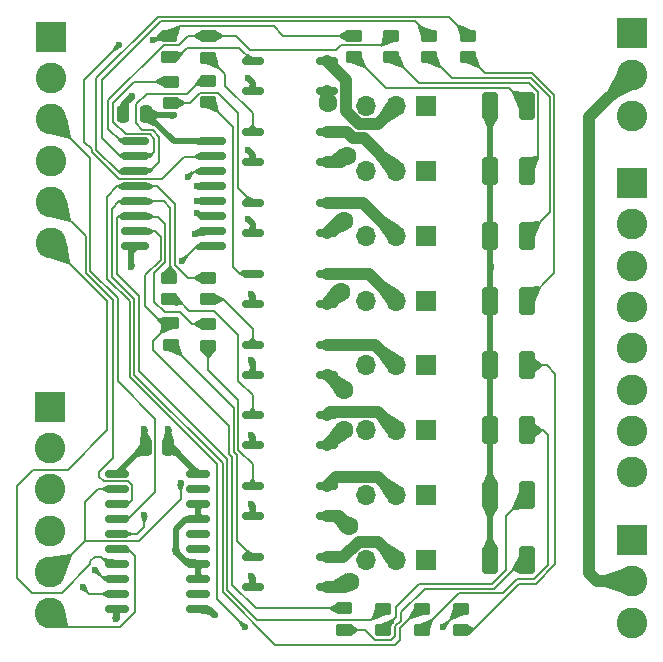
<source format=gbr>
%TF.GenerationSoftware,KiCad,Pcbnew,8.0.7*%
%TF.CreationDate,2025-01-04T12:23:44+01:00*%
%TF.ProjectId,expansion_a,65787061-6e73-4696-9f6e-5f612e6b6963,1*%
%TF.SameCoordinates,Original*%
%TF.FileFunction,Copper,L1,Top*%
%TF.FilePolarity,Positive*%
%FSLAX46Y46*%
G04 Gerber Fmt 4.6, Leading zero omitted, Abs format (unit mm)*
G04 Created by KiCad (PCBNEW 8.0.7) date 2025-01-04 12:23:44*
%MOMM*%
%LPD*%
G01*
G04 APERTURE LIST*
G04 Aperture macros list*
%AMRoundRect*
0 Rectangle with rounded corners*
0 $1 Rounding radius*
0 $2 $3 $4 $5 $6 $7 $8 $9 X,Y pos of 4 corners*
0 Add a 4 corners polygon primitive as box body*
4,1,4,$2,$3,$4,$5,$6,$7,$8,$9,$2,$3,0*
0 Add four circle primitives for the rounded corners*
1,1,$1+$1,$2,$3*
1,1,$1+$1,$4,$5*
1,1,$1+$1,$6,$7*
1,1,$1+$1,$8,$9*
0 Add four rect primitives between the rounded corners*
20,1,$1+$1,$2,$3,$4,$5,0*
20,1,$1+$1,$4,$5,$6,$7,0*
20,1,$1+$1,$6,$7,$8,$9,0*
20,1,$1+$1,$8,$9,$2,$3,0*%
G04 Aperture macros list end*
%TA.AperFunction,SMDPad,CuDef*%
%ADD10RoundRect,0.250000X-0.450000X0.262500X-0.450000X-0.262500X0.450000X-0.262500X0.450000X0.262500X0*%
%TD*%
%TA.AperFunction,SMDPad,CuDef*%
%ADD11RoundRect,0.250000X-0.412500X-0.925000X0.412500X-0.925000X0.412500X0.925000X-0.412500X0.925000X0*%
%TD*%
%TA.AperFunction,ComponentPad*%
%ADD12R,1.700000X1.700000*%
%TD*%
%TA.AperFunction,ComponentPad*%
%ADD13O,1.700000X1.700000*%
%TD*%
%TA.AperFunction,ComponentPad*%
%ADD14R,2.600000X2.600000*%
%TD*%
%TA.AperFunction,ComponentPad*%
%ADD15C,2.600000*%
%TD*%
%TA.AperFunction,SMDPad,CuDef*%
%ADD16RoundRect,0.150000X-0.750000X-0.150000X0.750000X-0.150000X0.750000X0.150000X-0.750000X0.150000X0*%
%TD*%
%TA.AperFunction,SMDPad,CuDef*%
%ADD17RoundRect,0.250000X0.250000X0.475000X-0.250000X0.475000X-0.250000X-0.475000X0.250000X-0.475000X0*%
%TD*%
%TA.AperFunction,SMDPad,CuDef*%
%ADD18RoundRect,0.150000X-1.050000X-0.150000X1.050000X-0.150000X1.050000X0.150000X-1.050000X0.150000X0*%
%TD*%
%TA.AperFunction,SMDPad,CuDef*%
%ADD19RoundRect,0.150000X-0.837500X-0.150000X0.837500X-0.150000X0.837500X0.150000X-0.837500X0.150000X0*%
%TD*%
%TA.AperFunction,ViaPad*%
%ADD20C,0.600000*%
%TD*%
%TA.AperFunction,ViaPad*%
%ADD21C,1.600000*%
%TD*%
%TA.AperFunction,Conductor*%
%ADD22C,1.000000*%
%TD*%
%TA.AperFunction,Conductor*%
%ADD23C,0.500000*%
%TD*%
%TA.AperFunction,Conductor*%
%ADD24C,0.200000*%
%TD*%
G04 APERTURE END LIST*
D10*
%TO.P,R802,1*%
%TO.N,/set6*%
X83899000Y-57324500D03*
%TO.P,R802,2*%
%TO.N,Net-(R802-Pad2)*%
X83899000Y-59149500D03*
%TD*%
D11*
%TO.P,D401,1,K*%
%TO.N,GND*%
X111061500Y-48237000D03*
%TO.P,D401,2,A*%
%TO.N,Net-(D401-A)*%
X114136500Y-48237000D03*
%TD*%
D10*
%TO.P,R402,1*%
%TO.N,/set2*%
X87199000Y-36837000D03*
%TO.P,R402,2*%
%TO.N,Net-(R402-Pad2)*%
X87199000Y-38662000D03*
%TD*%
%TO.P,R501,1*%
%TO.N,/set3*%
X105899000Y-36824500D03*
%TO.P,R501,2*%
%TO.N,Net-(D501-A)*%
X105899000Y-38649500D03*
%TD*%
D12*
%TO.P,JP701,1,A*%
%TO.N,VSS*%
X105639000Y-64737000D03*
D13*
%TO.P,JP701,2,C*%
%TO.N,Net-(JP701-C)*%
X103099000Y-64737000D03*
%TO.P,JP701,3,B*%
%TO.N,Vdrive*%
X100559000Y-64737000D03*
%TD*%
D14*
%TO.P,J1101,1,Pin_1*%
%TO.N,Vdrive*%
X123037600Y-79502000D03*
D15*
%TO.P,J1101,2,Pin_2*%
%TO.N,GNDPWR*%
X123037600Y-83002000D03*
%TO.P,J1101,3,Pin_3*%
%TO.N,VSS*%
X123037600Y-86502000D03*
%TD*%
D16*
%TO.P,U601,1*%
%TO.N,Net-(R602-Pad2)*%
X90949000Y-56967000D03*
%TO.P,U601,2*%
%TO.N,GND*%
X90949000Y-59507000D03*
%TO.P,U601,3*%
%TO.N,/out4*%
X97249000Y-59507000D03*
%TO.P,U601,4*%
%TO.N,Net-(JP601-C)*%
X97249000Y-56967000D03*
%TD*%
D12*
%TO.P,JP401,1,A*%
%TO.N,VSS*%
X105639000Y-48237000D03*
D13*
%TO.P,JP401,2,C*%
%TO.N,Net-(JP401-C)*%
X103099000Y-48237000D03*
%TO.P,JP401,3,B*%
%TO.N,Vdrive*%
X100559000Y-48237000D03*
%TD*%
D11*
%TO.P,D801,1,K*%
%TO.N,GND*%
X111061500Y-70237000D03*
%TO.P,D801,2,A*%
%TO.N,Net-(D801-A)*%
X114136500Y-70237000D03*
%TD*%
%TO.P,D901,1,K*%
%TO.N,GND*%
X111061500Y-75737000D03*
%TO.P,D901,2,A*%
%TO.N,Net-(D901-A)*%
X114136500Y-75737000D03*
%TD*%
D16*
%TO.P,U301,1*%
%TO.N,Net-(R302-Pad2)*%
X90949000Y-38967000D03*
%TO.P,U301,2*%
%TO.N,GND*%
X90949000Y-41507000D03*
%TO.P,U301,3*%
%TO.N,/out1*%
X97249000Y-41507000D03*
%TO.P,U301,4*%
%TO.N,Net-(JP301-C)*%
X97249000Y-38967000D03*
%TD*%
D11*
%TO.P,D501,1,K*%
%TO.N,GND*%
X111061500Y-53737000D03*
%TO.P,D501,2,A*%
%TO.N,Net-(D501-A)*%
X114136500Y-53737000D03*
%TD*%
D17*
%TO.P,C101,1*%
%TO.N,VCC*%
X83820000Y-71628000D03*
%TO.P,C101,2*%
%TO.N,GND*%
X81920000Y-71628000D03*
%TD*%
D10*
%TO.P,R701,1*%
%TO.N,/set5*%
X108599000Y-85337000D03*
%TO.P,R701,2*%
%TO.N,Net-(D701-A)*%
X108599000Y-87162000D03*
%TD*%
%TO.P,R601,1*%
%TO.N,/set4*%
X109199000Y-36812000D03*
%TO.P,R601,2*%
%TO.N,Net-(D601-A)*%
X109199000Y-38637000D03*
%TD*%
%TO.P,R702,1*%
%TO.N,/set5*%
X87199000Y-57324500D03*
%TO.P,R702,2*%
%TO.N,Net-(R702-Pad2)*%
X87199000Y-59149500D03*
%TD*%
D18*
%TO.P,U102,1,QB*%
%TO.N,/set2*%
X81026000Y-45770800D03*
%TO.P,U102,2,QC*%
%TO.N,/set3*%
X81026000Y-47040800D03*
%TO.P,U102,3,QD*%
%TO.N,/set4*%
X81026000Y-48310800D03*
%TO.P,U102,4,QE*%
%TO.N,/set5*%
X81026000Y-49580800D03*
%TO.P,U102,5,QF*%
%TO.N,/set6*%
X81026000Y-50850800D03*
%TO.P,U102,6,QG*%
%TO.N,/set7*%
X81026000Y-52120800D03*
%TO.P,U102,7,QH*%
%TO.N,/set8*%
X81026000Y-53390800D03*
%TO.P,U102,8,GND*%
%TO.N,GND*%
X81026000Y-54660800D03*
%TO.P,U102,9,QH'*%
%TO.N,/Connector out/MOSI*%
X87526000Y-54660800D03*
%TO.P,U102,10,~{SRCLR}*%
%TO.N,GND*%
X87526000Y-53390800D03*
%TO.P,U102,11,SRCLK*%
%TO.N,/Connector out/CLK*%
X87526000Y-52120800D03*
%TO.P,U102,12,RCLK*%
%TO.N,/Connector out/CS*%
X87526000Y-50850800D03*
%TO.P,U102,13,~{OE}*%
%TO.N,GND*%
X87526000Y-49580800D03*
%TO.P,U102,14,SER*%
%TO.N,Net-(U101-O1)*%
X87526000Y-48310800D03*
%TO.P,U102,15,QA*%
%TO.N,/set1*%
X87526000Y-47040800D03*
%TO.P,U102,16,VCC*%
%TO.N,VCC*%
X87526000Y-45770800D03*
%TD*%
D10*
%TO.P,R801,1*%
%TO.N,/set6*%
X105299000Y-85337000D03*
%TO.P,R801,2*%
%TO.N,Net-(D801-A)*%
X105299000Y-87162000D03*
%TD*%
D16*
%TO.P,U501,1*%
%TO.N,Net-(R502-Pad2)*%
X90949000Y-50967000D03*
%TO.P,U501,2*%
%TO.N,GND*%
X90949000Y-53507000D03*
%TO.P,U501,3*%
%TO.N,/out3*%
X97249000Y-53507000D03*
%TO.P,U501,4*%
%TO.N,Net-(JP501-C)*%
X97249000Y-50967000D03*
%TD*%
D11*
%TO.P,D301,1,K*%
%TO.N,GND*%
X111061500Y-42737000D03*
%TO.P,D301,2,A*%
%TO.N,Net-(D301-A)*%
X114136500Y-42737000D03*
%TD*%
D10*
%TO.P,R602,1*%
%TO.N,/set4*%
X87199000Y-40637000D03*
%TO.P,R602,2*%
%TO.N,Net-(R602-Pad2)*%
X87199000Y-42462000D03*
%TD*%
%TO.P,R901,1*%
%TO.N,/set7*%
X101999000Y-85324500D03*
%TO.P,R901,2*%
%TO.N,Net-(D901-A)*%
X101999000Y-87149500D03*
%TD*%
D16*
%TO.P,U1001,1*%
%TO.N,Net-(R1002-Pad2)*%
X90949000Y-80967000D03*
%TO.P,U1001,2*%
%TO.N,GND*%
X90949000Y-83507000D03*
%TO.P,U1001,3*%
%TO.N,/out8*%
X97249000Y-83507000D03*
%TO.P,U1001,4*%
%TO.N,Net-(JP1001-C)*%
X97249000Y-80967000D03*
%TD*%
D17*
%TO.P,C102,1*%
%TO.N,VCC*%
X81910000Y-43434000D03*
%TO.P,C102,2*%
%TO.N,GND*%
X80010000Y-43434000D03*
%TD*%
D16*
%TO.P,U701,1*%
%TO.N,Net-(R702-Pad2)*%
X90949000Y-62967000D03*
%TO.P,U701,2*%
%TO.N,GND*%
X90949000Y-65507000D03*
%TO.P,U701,3*%
%TO.N,/out5*%
X97249000Y-65507000D03*
%TO.P,U701,4*%
%TO.N,Net-(JP701-C)*%
X97249000Y-62967000D03*
%TD*%
%TO.P,U901,1*%
%TO.N,Net-(R902-Pad2)*%
X90949000Y-74967000D03*
%TO.P,U901,2*%
%TO.N,GND*%
X90949000Y-77507000D03*
%TO.P,U901,3*%
%TO.N,/out7*%
X97249000Y-77507000D03*
%TO.P,U901,4*%
%TO.N,Net-(JP901-C)*%
X97249000Y-74967000D03*
%TD*%
D11*
%TO.P,D601,1,K*%
%TO.N,GND*%
X111061500Y-59237000D03*
%TO.P,D601,2,A*%
%TO.N,Net-(D601-A)*%
X114136500Y-59237000D03*
%TD*%
D19*
%TO.P,U101,1,OE*%
%TO.N,GND*%
X79436500Y-73922000D03*
%TO.P,U101,2,O0*%
%TO.N,/Connector out/CLK*%
X79436500Y-75192000D03*
%TO.P,U101,3,D0*%
%TO.N,/Connector in/CLK*%
X79436500Y-76462000D03*
%TO.P,U101,4,D1*%
%TO.N,/Connector in/MOSI*%
X79436500Y-77732000D03*
%TO.P,U101,5,O1*%
%TO.N,Net-(U101-O1)*%
X79436500Y-79002000D03*
%TO.P,U101,6,O2*%
%TO.N,/Connector out/CS*%
X79436500Y-80272000D03*
%TO.P,U101,7,D2*%
%TO.N,/Connector in/CS*%
X79436500Y-81542000D03*
%TO.P,U101,8,D3*%
%TO.N,/Connector out/MISO*%
X79436500Y-82812000D03*
%TO.P,U101,9,O3*%
%TO.N,/Connector in/MISO*%
X79436500Y-84082000D03*
%TO.P,U101,10,GND*%
%TO.N,GND*%
X79436500Y-85352000D03*
%TO.P,U101,11,LE*%
%TO.N,VCC*%
X86361500Y-85352000D03*
%TO.P,U101,12,O4*%
%TO.N,unconnected-(U101-O4-Pad12)*%
X86361500Y-84082000D03*
%TO.P,U101,13,D4*%
%TO.N,GND*%
X86361500Y-82812000D03*
%TO.P,U101,14,D5*%
X86361500Y-81542000D03*
%TO.P,U101,15,O5*%
%TO.N,unconnected-(U101-O5-Pad15)*%
X86361500Y-80272000D03*
%TO.P,U101,16,O6*%
%TO.N,unconnected-(U101-O6-Pad16)*%
X86361500Y-79002000D03*
%TO.P,U101,17,D6*%
%TO.N,GND*%
X86361500Y-77732000D03*
%TO.P,U101,18,D7*%
X86361500Y-76462000D03*
%TO.P,U101,19,O7*%
%TO.N,unconnected-(U101-O7-Pad19)*%
X86361500Y-75192000D03*
%TO.P,U101,20,VCC*%
%TO.N,VCC*%
X86361500Y-73922000D03*
%TD*%
D14*
%TO.P,J101,1,Pin_1*%
%TO.N,/out1*%
X123037600Y-49276000D03*
D15*
%TO.P,J101,2,Pin_2*%
%TO.N,/out2*%
X123037600Y-52776000D03*
%TO.P,J101,3,Pin_3*%
%TO.N,/out3*%
X123037600Y-56276000D03*
%TO.P,J101,4,Pin_4*%
%TO.N,/out4*%
X123037600Y-59776000D03*
%TO.P,J101,5,Pin_5*%
%TO.N,/out5*%
X123037600Y-63276000D03*
%TO.P,J101,6,Pin_6*%
%TO.N,/out6*%
X123037600Y-66776000D03*
%TO.P,J101,7,Pin_7*%
%TO.N,/out7*%
X123037600Y-70276000D03*
%TO.P,J101,8,Pin_8*%
%TO.N,/out8*%
X123037600Y-73776000D03*
%TD*%
D14*
%TO.P,J202,1,Pin_1*%
%TO.N,VCC*%
X73914000Y-36886000D03*
D15*
%TO.P,J202,2,Pin_2*%
%TO.N,GND*%
X73914000Y-40386000D03*
%TO.P,J202,3,Pin_3*%
%TO.N,/Connector in/MOSI*%
X73914000Y-43886000D03*
%TO.P,J202,4,Pin_4*%
%TO.N,/Connector in/MISO*%
X73914000Y-47386000D03*
%TO.P,J202,5,Pin_5*%
%TO.N,/Connector in/CLK*%
X73914000Y-50886000D03*
%TO.P,J202,6,Pin_6*%
%TO.N,/Connector in/CS*%
X73914000Y-54386000D03*
%TD*%
D10*
%TO.P,R502,1*%
%TO.N,/set3*%
X83999000Y-40712000D03*
%TO.P,R502,2*%
%TO.N,Net-(R502-Pad2)*%
X83999000Y-42537000D03*
%TD*%
D14*
%TO.P,J1102,1,Pin_1*%
%TO.N,VCC*%
X73787000Y-68214000D03*
D15*
%TO.P,J1102,2,Pin_2*%
%TO.N,GND*%
X73787000Y-71714000D03*
%TO.P,J1102,3,Pin_3*%
%TO.N,/Connector out/MOSI*%
X73787000Y-75214000D03*
%TO.P,J1102,4,Pin_4*%
%TO.N,/Connector out/MISO*%
X73787000Y-78714000D03*
%TO.P,J1102,5,Pin_5*%
%TO.N,/Connector out/CLK*%
X73787000Y-82214000D03*
%TO.P,J1102,6,Pin_6*%
%TO.N,/Connector out/CS*%
X73787000Y-85714000D03*
%TD*%
D12*
%TO.P,JP601,1,A*%
%TO.N,VSS*%
X105639000Y-59237000D03*
D13*
%TO.P,JP601,2,C*%
%TO.N,Net-(JP601-C)*%
X103099000Y-59237000D03*
%TO.P,JP601,3,B*%
%TO.N,Vdrive*%
X100559000Y-59237000D03*
%TD*%
D16*
%TO.P,U801,1*%
%TO.N,Net-(R802-Pad2)*%
X90949000Y-68967000D03*
%TO.P,U801,2*%
%TO.N,GND*%
X90949000Y-71507000D03*
%TO.P,U801,3*%
%TO.N,/out6*%
X97249000Y-71507000D03*
%TO.P,U801,4*%
%TO.N,Net-(JP801-C)*%
X97249000Y-68967000D03*
%TD*%
D12*
%TO.P,JP501,1,A*%
%TO.N,VSS*%
X105639000Y-53737000D03*
D13*
%TO.P,JP501,2,C*%
%TO.N,Net-(JP501-C)*%
X103099000Y-53737000D03*
%TO.P,JP501,3,B*%
%TO.N,Vdrive*%
X100559000Y-53737000D03*
%TD*%
D10*
%TO.P,R302,1*%
%TO.N,/set1*%
X83899000Y-36812000D03*
%TO.P,R302,2*%
%TO.N,Net-(R302-Pad2)*%
X83899000Y-38637000D03*
%TD*%
D16*
%TO.P,U401,1*%
%TO.N,Net-(R402-Pad2)*%
X90949000Y-44967000D03*
%TO.P,U401,2*%
%TO.N,GND*%
X90949000Y-47507000D03*
%TO.P,U401,3*%
%TO.N,/out2*%
X97249000Y-47507000D03*
%TO.P,U401,4*%
%TO.N,Net-(JP401-C)*%
X97249000Y-44967000D03*
%TD*%
D12*
%TO.P,JP1001,1,A*%
%TO.N,VSS*%
X105639000Y-81237000D03*
D13*
%TO.P,JP1001,2,C*%
%TO.N,Net-(JP1001-C)*%
X103099000Y-81237000D03*
%TO.P,JP1001,3,B*%
%TO.N,Vdrive*%
X100559000Y-81237000D03*
%TD*%
D12*
%TO.P,JP301,1,A*%
%TO.N,VSS*%
X105639000Y-42737000D03*
D13*
%TO.P,JP301,2,C*%
%TO.N,Net-(JP301-C)*%
X103099000Y-42737000D03*
%TO.P,JP301,3,B*%
%TO.N,Vdrive*%
X100559000Y-42737000D03*
%TD*%
D11*
%TO.P,D701,1,K*%
%TO.N,GND*%
X111061500Y-64737000D03*
%TO.P,D701,2,A*%
%TO.N,Net-(D701-A)*%
X114136500Y-64737000D03*
%TD*%
D10*
%TO.P,R301,1*%
%TO.N,/set1*%
X99499000Y-36824500D03*
%TO.P,R301,2*%
%TO.N,Net-(D301-A)*%
X99499000Y-38649500D03*
%TD*%
%TO.P,R401,1*%
%TO.N,/set2*%
X102699000Y-36812000D03*
%TO.P,R401,2*%
%TO.N,Net-(D401-A)*%
X102699000Y-38637000D03*
%TD*%
D12*
%TO.P,JP801,1,A*%
%TO.N,VSS*%
X105639000Y-70237000D03*
D13*
%TO.P,JP801,2,C*%
%TO.N,Net-(JP801-C)*%
X103099000Y-70237000D03*
%TO.P,JP801,3,B*%
%TO.N,Vdrive*%
X100559000Y-70237000D03*
%TD*%
D10*
%TO.P,R1002,1*%
%TO.N,/set8*%
X83999000Y-61137000D03*
%TO.P,R1002,2*%
%TO.N,Net-(R1002-Pad2)*%
X83999000Y-62962000D03*
%TD*%
D11*
%TO.P,D1001,1,K*%
%TO.N,GND*%
X111061500Y-81237000D03*
%TO.P,D1001,2,A*%
%TO.N,Net-(D1001-A)*%
X114136500Y-81237000D03*
%TD*%
D12*
%TO.P,JP901,1,A*%
%TO.N,VSS*%
X105639000Y-75737000D03*
D13*
%TO.P,JP901,2,C*%
%TO.N,Net-(JP901-C)*%
X103099000Y-75737000D03*
%TO.P,JP901,3,B*%
%TO.N,Vdrive*%
X100559000Y-75737000D03*
%TD*%
D10*
%TO.P,R902,1*%
%TO.N,/set7*%
X87199000Y-61237000D03*
%TO.P,R902,2*%
%TO.N,Net-(R902-Pad2)*%
X87199000Y-63062000D03*
%TD*%
D14*
%TO.P,J201,1,Pin_1*%
%TO.N,Vdrive*%
X123037600Y-36627800D03*
D15*
%TO.P,J201,2,Pin_2*%
%TO.N,GNDPWR*%
X123037600Y-40127800D03*
%TO.P,J201,3,Pin_3*%
%TO.N,VSS*%
X123037600Y-43627800D03*
%TD*%
D10*
%TO.P,R1001,1*%
%TO.N,/set8*%
X98699000Y-85312000D03*
%TO.P,R1001,2*%
%TO.N,Net-(D1001-A)*%
X98699000Y-87137000D03*
%TD*%
D20*
%TO.N,VCC*%
X87757000Y-85867000D03*
X83820000Y-70104000D03*
X84290141Y-43549500D03*
%TO.N,GND*%
X81788000Y-70104000D03*
X79373270Y-86233000D03*
X80772000Y-41910000D03*
X90805000Y-64277000D03*
X90551000Y-46497000D03*
X90805000Y-82565000D03*
X111061500Y-56403000D03*
X86091000Y-53609000D03*
X80670400Y-56438800D03*
X90805000Y-58689000D03*
X90551000Y-40401000D03*
X90805000Y-76469000D03*
X84455000Y-80533000D03*
X90551000Y-52339000D03*
X90805000Y-70627000D03*
X86233000Y-49545000D03*
D21*
%TO.N,/out4*%
X98425000Y-58517000D03*
D20*
%TO.N,/Connector in/MISO*%
X76545988Y-83494979D03*
%TO.N,/Connector out/CS*%
X86233000Y-50815000D03*
%TO.N,/Connector out/CLK*%
X84851000Y-74691000D03*
X86233000Y-51831000D03*
%TO.N,/Connector out/MOSI*%
X84963000Y-55895000D03*
%TO.N,/Connector out/MISO*%
X77597000Y-82057004D03*
D21*
%TO.N,/out1*%
X97299000Y-42541631D03*
%TO.N,/out7*%
X99104518Y-78366989D03*
%TO.N,/out3*%
X98679000Y-52517000D03*
%TO.N,/out6*%
X98663598Y-70237000D03*
%TO.N,/out2*%
X98941382Y-46996548D03*
%TO.N,/out5*%
X98679000Y-66817000D03*
%TO.N,/out8*%
X99187000Y-83073000D03*
D20*
%TO.N,/set1*%
X79629000Y-37607000D03*
X82510263Y-37186263D03*
%TO.N,/set5*%
X107061000Y-86883000D03*
X90297000Y-86883000D03*
%TO.N,Net-(U101-O1)*%
X81788656Y-77358656D03*
X85471000Y-48783000D03*
%TD*%
D22*
%TO.N,GNDPWR*%
X123037600Y-83002000D02*
X120136800Y-83002000D01*
X120136800Y-83002000D02*
X119430800Y-82296000D01*
X119430800Y-43734600D02*
X123037600Y-40127800D01*
X119430800Y-82296000D02*
X119430800Y-43734600D01*
D23*
%TO.N,VCC*%
X87242000Y-85352000D02*
X87757000Y-85867000D01*
X83820000Y-71380500D02*
X83820000Y-70104000D01*
X86361500Y-85352000D02*
X87242000Y-85352000D01*
X84246800Y-45770800D02*
X81910000Y-43434000D01*
X84290141Y-43549500D02*
X82025500Y-43549500D01*
X86361500Y-73922000D02*
X83820000Y-71380500D01*
X87526000Y-45770800D02*
X84246800Y-45770800D01*
D24*
%TO.N,/Connector in/CLK*%
X76816000Y-53788000D02*
X73914000Y-50886000D01*
X76816000Y-56909286D02*
X79121000Y-59214286D01*
X79436500Y-76462000D02*
X80423999Y-76462000D01*
X80724000Y-76161999D02*
X80724000Y-74851448D01*
X80423999Y-76462000D02*
X80724000Y-76161999D01*
X78332000Y-74522000D02*
X77978000Y-74168000D01*
X80394552Y-74522000D02*
X78332000Y-74522000D01*
X79121000Y-72609448D02*
X79121000Y-59214286D01*
X77978000Y-73752448D02*
X79121000Y-72609448D01*
X80724000Y-74851448D02*
X80394552Y-74522000D01*
X77978000Y-74168000D02*
X77978000Y-73752448D01*
X76816000Y-56909286D02*
X76816000Y-53788000D01*
%TO.N,/Connector in/CS*%
X78613000Y-70227000D02*
X78613000Y-59271972D01*
X78733000Y-81542000D02*
X78105000Y-80914000D01*
X77597000Y-80914000D02*
X77216000Y-81295000D01*
X77216000Y-81295000D02*
X77216000Y-81549000D01*
X70993000Y-82692000D02*
X70993000Y-74945000D01*
X75292000Y-73548000D02*
X78613000Y-70227000D01*
X74803000Y-83962000D02*
X72263000Y-83962000D01*
X77216000Y-81549000D02*
X74803000Y-83962000D01*
X72263000Y-83962000D02*
X70993000Y-82692000D01*
X78105000Y-80914000D02*
X77597000Y-80914000D01*
X70993000Y-74945000D02*
X72390000Y-73548000D01*
X72390000Y-73548000D02*
X75292000Y-73548000D01*
X78613000Y-59271972D02*
X73599000Y-54257972D01*
%TO.N,/Connector in/MOSI*%
X80423999Y-77732000D02*
X82720000Y-75435999D01*
X82720000Y-75435999D02*
X82720000Y-69258000D01*
X73914000Y-43886000D02*
X77216000Y-47188000D01*
X82720000Y-69258000D02*
X79521000Y-66059000D01*
X77216000Y-56743600D02*
X79521000Y-59048600D01*
X79521000Y-66059000D02*
X79521000Y-59048600D01*
X79436500Y-77732000D02*
X80423999Y-77732000D01*
X77216000Y-47188000D02*
X77216000Y-56743600D01*
D23*
%TO.N,GND*%
X111061500Y-56403000D02*
X111061500Y-75737000D01*
X84455000Y-78562200D02*
X84455000Y-80533000D01*
X80010000Y-42672000D02*
X80772000Y-41910000D01*
X90949000Y-65507000D02*
X90949000Y-64421000D01*
X90949000Y-77507000D02*
X90949000Y-76613000D01*
X90949000Y-47507000D02*
X90949000Y-46895000D01*
X90949000Y-46895000D02*
X90551000Y-46497000D01*
X86361500Y-77732000D02*
X85285200Y-77732000D01*
X86290000Y-49602000D02*
X86233000Y-49545000D01*
X87649000Y-49602000D02*
X86290000Y-49602000D01*
X85285200Y-77732000D02*
X84455000Y-78562200D01*
X86288000Y-53412000D02*
X86091000Y-53609000D01*
X90949000Y-41507000D02*
X90949000Y-40799000D01*
X80670400Y-56438800D02*
X80670400Y-55016400D01*
X80010000Y-43434000D02*
X80010000Y-42672000D01*
X80670400Y-55016400D02*
X81026000Y-54660800D01*
X86361500Y-82812000D02*
X86361500Y-81542000D01*
X90949000Y-53507000D02*
X90949000Y-52737000D01*
X79436500Y-85352000D02*
X79436500Y-86169770D01*
X90949000Y-40799000D02*
X90551000Y-40401000D01*
X111061500Y-75737000D02*
X111061500Y-81237000D01*
X86361500Y-76462000D02*
X86361500Y-77732000D01*
X90949000Y-59507000D02*
X90949000Y-58833000D01*
X90949000Y-58833000D02*
X90805000Y-58689000D01*
X79436500Y-73922000D02*
X81788000Y-71570500D01*
X90949000Y-83507000D02*
X90949000Y-82709000D01*
X86361500Y-81542000D02*
X85464000Y-81542000D01*
X85464000Y-81542000D02*
X84455000Y-80533000D01*
X111061500Y-42737000D02*
X111061500Y-56403000D01*
X90949000Y-70771000D02*
X90805000Y-70627000D01*
X90949000Y-76613000D02*
X90805000Y-76469000D01*
X90949000Y-82709000D02*
X90805000Y-82565000D01*
X90949000Y-64421000D02*
X90805000Y-64277000D01*
X90949000Y-71507000D02*
X90949000Y-70771000D01*
X81788000Y-71570500D02*
X81788000Y-70104000D01*
X87649000Y-53412000D02*
X86288000Y-53412000D01*
X90949000Y-52737000D02*
X90551000Y-52339000D01*
X79436500Y-86169770D02*
X79373270Y-86233000D01*
D22*
%TO.N,/out4*%
X97249000Y-59507000D02*
X98239000Y-58517000D01*
X98239000Y-58517000D02*
X98425000Y-58517000D01*
D24*
%TO.N,/Connector in/MISO*%
X77133009Y-84082000D02*
X76545988Y-83494979D01*
X79436500Y-84082000D02*
X77133009Y-84082000D01*
%TO.N,Net-(D301-A)*%
X102197000Y-41237000D02*
X112636500Y-41237000D01*
X99609500Y-38649500D02*
X102197000Y-41237000D01*
X112636500Y-41237000D02*
X114136500Y-42737000D01*
%TO.N,/Connector out/CS*%
X81026000Y-80874001D02*
X81026000Y-85613000D01*
X80423999Y-80272000D02*
X81026000Y-80874001D01*
X79756000Y-86883000D02*
X74150000Y-86883000D01*
X79436500Y-80272000D02*
X80423999Y-80272000D01*
X86290000Y-50872000D02*
X86233000Y-50815000D01*
X87649000Y-50872000D02*
X86290000Y-50872000D01*
X74150000Y-86883000D02*
X73554000Y-86287000D01*
X81026000Y-85613000D02*
X79756000Y-86883000D01*
%TO.N,Net-(D401-A)*%
X114358744Y-40837000D02*
X115099000Y-41577256D01*
X105048200Y-40837000D02*
X114358744Y-40837000D01*
X102848200Y-38637000D02*
X105048200Y-40837000D01*
X115099000Y-47274500D02*
X114136500Y-48237000D01*
X115099000Y-41577256D02*
X115099000Y-47274500D01*
%TO.N,/Connector out/CLK*%
X76735000Y-79602000D02*
X76739000Y-79602000D01*
X81322000Y-79602000D02*
X76739000Y-79602000D01*
X84851000Y-76073000D02*
X81322000Y-79602000D01*
X73554000Y-82783000D02*
X76735000Y-79602000D01*
X77858000Y-75192000D02*
X76739000Y-76311000D01*
X86233000Y-51831000D02*
X86544000Y-52142000D01*
X84851000Y-74691000D02*
X84851000Y-76073000D01*
X76739000Y-76311000D02*
X76739000Y-79602000D01*
X79436500Y-75192000D02*
X77858000Y-75192000D01*
%TO.N,Net-(D501-A)*%
X107797800Y-40437000D02*
X106010300Y-38649500D01*
X114136500Y-53737000D02*
X116099000Y-51774500D01*
X114533314Y-40437000D02*
X107797800Y-40437000D01*
X116099000Y-42002686D02*
X114533314Y-40437000D01*
X116099000Y-51774500D02*
X116099000Y-42002686D01*
%TO.N,Net-(D601-A)*%
X116499000Y-41837000D02*
X116499000Y-56874500D01*
X109286800Y-38637000D02*
X110586800Y-39937000D01*
X114599000Y-39937000D02*
X116499000Y-41837000D01*
X110586800Y-39937000D02*
X114599000Y-39937000D01*
X116499000Y-56874500D02*
X114136500Y-59237000D01*
%TO.N,/Connector out/MOSI*%
X86176000Y-54682000D02*
X84963000Y-55895000D01*
X87649000Y-54682000D02*
X86176000Y-54682000D01*
%TO.N,Net-(D701-A)*%
X108599000Y-87162000D02*
X109576000Y-87162000D01*
X109576000Y-87162000D02*
X113527600Y-83210400D01*
X116586000Y-81534000D02*
X116586000Y-65420000D01*
X114909600Y-83210400D02*
X116586000Y-81534000D01*
X115903000Y-64737000D02*
X116586000Y-65420000D01*
X114136500Y-64737000D02*
X115903000Y-64737000D01*
X113527600Y-83210400D02*
X114909600Y-83210400D01*
%TO.N,/Connector out/MISO*%
X79436500Y-82812000D02*
X78351996Y-82812000D01*
X78351996Y-82812000D02*
X77597000Y-82057004D01*
%TO.N,Net-(D801-A)*%
X114743914Y-82810400D02*
X115951000Y-81603314D01*
X112135314Y-84037000D02*
X113361914Y-82810400D01*
X113361914Y-82810400D02*
X114743914Y-82810400D01*
X115951000Y-70627000D02*
X115951000Y-81603314D01*
X114136500Y-70237000D02*
X115561000Y-70237000D01*
X105299000Y-87121000D02*
X108383000Y-84037000D01*
X108383000Y-84037000D02*
X112135314Y-84037000D01*
X115561000Y-70237000D02*
X115951000Y-70627000D01*
%TO.N,Net-(D901-A)*%
X103099000Y-85171314D02*
X105033314Y-83237000D01*
X111183744Y-83237000D02*
X112395000Y-82025744D01*
X105033314Y-83237000D02*
X111183744Y-83237000D01*
X112395000Y-82025744D02*
X112395000Y-77478500D01*
X101999000Y-87149500D02*
X103099000Y-86049500D01*
X103099000Y-86049500D02*
X103099000Y-85171314D01*
X112395000Y-77478500D02*
X114136500Y-75737000D01*
%TO.N,Net-(D1001-A)*%
X113821228Y-81237000D02*
X111421228Y-83637000D01*
X100489256Y-87137000D02*
X98699000Y-87137000D01*
X102999000Y-86833714D02*
X102999000Y-87646744D01*
X111421228Y-83637000D02*
X105501756Y-83637000D01*
X103499000Y-85639756D02*
X103499000Y-86333714D01*
X102683744Y-87962000D02*
X101314256Y-87962000D01*
X102999000Y-87646744D02*
X102683744Y-87962000D01*
X105501756Y-83637000D02*
X103499000Y-85639756D01*
X101314256Y-87962000D02*
X100489256Y-87137000D01*
X103499000Y-86333714D02*
X102999000Y-86833714D01*
D22*
%TO.N,Net-(JP301-C)*%
X101538400Y-44297600D02*
X103099000Y-42737000D01*
X99927568Y-44297600D02*
X101538400Y-44297600D01*
X97249000Y-38967000D02*
X98849000Y-40567000D01*
X98849000Y-43219032D02*
X99927568Y-44297600D01*
X98849000Y-40567000D02*
X98849000Y-43219032D01*
%TO.N,Net-(JP401-C)*%
X97249000Y-44967000D02*
X98899912Y-44967000D01*
X99430512Y-45497600D02*
X100359600Y-45497600D01*
X98899912Y-44967000D02*
X99430512Y-45497600D01*
X100359600Y-45497600D02*
X103099000Y-48237000D01*
%TO.N,Net-(JP501-C)*%
X97249000Y-50967000D02*
X100329000Y-50967000D01*
X100329000Y-50967000D02*
X103099000Y-53737000D01*
%TO.N,Net-(JP601-C)*%
X100829000Y-56967000D02*
X103099000Y-59237000D01*
X97249000Y-56967000D02*
X100829000Y-56967000D01*
%TO.N,Net-(JP701-C)*%
X97249000Y-62967000D02*
X101329000Y-62967000D01*
X101329000Y-62967000D02*
X103099000Y-64737000D01*
%TO.N,Net-(JP801-C)*%
X101549000Y-68687000D02*
X97529000Y-68687000D01*
X97529000Y-68687000D02*
X97249000Y-68967000D01*
X103099000Y-70237000D02*
X101549000Y-68687000D01*
%TO.N,/out1*%
X97249000Y-42491631D02*
X97299000Y-42541631D01*
X97249000Y-41507000D02*
X97249000Y-42491631D01*
%TO.N,Net-(JP901-C)*%
X101549000Y-74187000D02*
X103099000Y-75737000D01*
X98029000Y-74187000D02*
X101549000Y-74187000D01*
X97249000Y-74967000D02*
X98029000Y-74187000D01*
%TO.N,/out7*%
X98244529Y-77507000D02*
X99104518Y-78366989D01*
X97249000Y-77507000D02*
X98244529Y-77507000D01*
%TO.N,Net-(JP1001-C)*%
X98636968Y-80967000D02*
X99916968Y-79687000D01*
X99916968Y-79687000D02*
X101549000Y-79687000D01*
X97249000Y-80967000D02*
X98636968Y-80967000D01*
X101549000Y-79687000D02*
X103099000Y-81237000D01*
%TO.N,/out3*%
X97249000Y-53507000D02*
X98239000Y-52517000D01*
X98239000Y-52517000D02*
X98679000Y-52517000D01*
D24*
%TO.N,Net-(R302-Pad2)*%
X84599000Y-38637000D02*
X83899000Y-38637000D01*
X90949000Y-38967000D02*
X89831500Y-37849500D01*
X89831500Y-37849500D02*
X85386500Y-37849500D01*
X85386500Y-37849500D02*
X84599000Y-38637000D01*
D22*
%TO.N,/out6*%
X97249000Y-71507000D02*
X98519000Y-70237000D01*
X98519000Y-70237000D02*
X98663598Y-70237000D01*
D24*
%TO.N,Net-(R402-Pad2)*%
X88599000Y-41037000D02*
X90949000Y-43387000D01*
X87199000Y-38662000D02*
X88599000Y-40062000D01*
X88599000Y-40062000D02*
X88599000Y-41037000D01*
X90949000Y-43387000D02*
X90949000Y-44967000D01*
D22*
%TO.N,/out2*%
X97249000Y-47507000D02*
X98430930Y-47507000D01*
X98430930Y-47507000D02*
X98941382Y-46996548D01*
D24*
%TO.N,Net-(R502-Pad2)*%
X88011500Y-41649500D02*
X89699000Y-43337000D01*
X85626756Y-42537000D02*
X86514256Y-41649500D01*
X83999000Y-42537000D02*
X85626756Y-42537000D01*
X86514256Y-41649500D02*
X88011500Y-41649500D01*
X89699000Y-43337000D02*
X89699000Y-49717000D01*
X89699000Y-49717000D02*
X90949000Y-50967000D01*
D22*
%TO.N,/out5*%
X97249000Y-65507000D02*
X97369000Y-65507000D01*
X97369000Y-65507000D02*
X98679000Y-66817000D01*
D24*
%TO.N,Net-(R602-Pad2)*%
X89299000Y-56380600D02*
X89885400Y-56967000D01*
X89885400Y-56967000D02*
X90949000Y-56967000D01*
X89299000Y-44562000D02*
X89299000Y-56380600D01*
X87199000Y-42462000D02*
X89299000Y-44562000D01*
D22*
%TO.N,/out8*%
X97249000Y-83507000D02*
X98753000Y-83507000D01*
X98753000Y-83507000D02*
X99187000Y-83073000D01*
D24*
%TO.N,Net-(R702-Pad2)*%
X90949000Y-62967000D02*
X90949000Y-61687000D01*
X88411500Y-59149500D02*
X87199000Y-59149500D01*
X90949000Y-61687000D02*
X88411500Y-59149500D01*
%TO.N,/set1*%
X87649000Y-47062000D02*
X85160000Y-47062000D01*
X83899000Y-36812000D02*
X84686500Y-36024500D01*
X83612000Y-37099000D02*
X82597526Y-37099000D01*
X76708000Y-40528000D02*
X79629000Y-37607000D01*
X77324000Y-46647686D02*
X77324000Y-46393686D01*
X92736500Y-36024500D02*
X93536500Y-36824500D01*
X79608314Y-48932000D02*
X77324000Y-46647686D01*
X93536500Y-36824500D02*
X100099000Y-36824500D01*
X83290000Y-48932000D02*
X79608314Y-48932000D01*
X77324000Y-46393686D02*
X76708000Y-45777686D01*
X85160000Y-47062000D02*
X83290000Y-48932000D01*
X82597526Y-37099000D02*
X82510263Y-37186263D01*
X84686500Y-36024500D02*
X92736500Y-36024500D01*
X76708000Y-45777686D02*
X76708000Y-40528000D01*
%TO.N,/set2*%
X102699000Y-36812000D02*
X101874000Y-37637000D01*
X79826001Y-45770800D02*
X81026000Y-45770800D01*
X87199000Y-36837000D02*
X85489400Y-36837000D01*
X97995000Y-38037000D02*
X90727000Y-38037000D01*
X83414256Y-37624500D02*
X78740000Y-42298756D01*
X78740000Y-42298756D02*
X78740000Y-44684799D01*
X84701900Y-37624500D02*
X83414256Y-37624500D01*
X101874000Y-37637000D02*
X98455000Y-37637000D01*
X89527000Y-36837000D02*
X87199000Y-36837000D01*
X90727000Y-38037000D02*
X89527000Y-36837000D01*
X98455000Y-37637000D02*
X98425000Y-37607000D01*
X78740000Y-44684799D02*
X79826001Y-45770800D01*
X85489400Y-36837000D02*
X84701900Y-37624500D01*
X98425000Y-37607000D02*
X97995000Y-38037000D01*
%TO.N,/set3*%
X82630400Y-46636399D02*
X82225999Y-47040800D01*
X80222800Y-45170800D02*
X82266552Y-45170800D01*
X79756000Y-47040800D02*
X78232000Y-45516800D01*
X78232000Y-45516800D02*
X78232000Y-40596085D01*
X83999000Y-40712000D02*
X80938183Y-40712000D01*
X79140000Y-44088000D02*
X80222800Y-45170800D01*
X83223685Y-35604400D02*
X104678900Y-35604400D01*
X82266552Y-45170800D02*
X82630400Y-45534648D01*
X104678900Y-35604400D02*
X105899000Y-36824500D01*
X82225999Y-47040800D02*
X81026000Y-47040800D01*
X82630400Y-45534648D02*
X82630400Y-46636399D01*
X80938183Y-40712000D02*
X79140000Y-42510183D01*
X78232000Y-40596085D02*
X83223685Y-35604400D01*
X81026000Y-47040800D02*
X79756000Y-47040800D01*
X79140000Y-42510183D02*
X79140000Y-44088000D01*
%TO.N,/set4*%
X81600800Y-44770800D02*
X82468982Y-44770800D01*
X82905600Y-35204400D02*
X77724000Y-40386000D01*
X83058000Y-47478799D02*
X82225999Y-48310800D01*
X82225999Y-48310800D02*
X81026000Y-48310800D01*
X86499000Y-40637000D02*
X85411500Y-41724500D01*
X77724000Y-40386000D02*
X77724000Y-46482000D01*
X81068000Y-44238000D02*
X81600800Y-44770800D01*
X85411500Y-41724500D02*
X81973500Y-41724500D01*
X77724000Y-46482000D02*
X79552800Y-48310800D01*
X81973500Y-41724500D02*
X81068000Y-42630000D01*
X87199000Y-40637000D02*
X86499000Y-40637000D01*
X81068000Y-42630000D02*
X81068000Y-44238000D01*
X109199000Y-36812000D02*
X107591400Y-35204400D01*
X83058000Y-45359818D02*
X83058000Y-47478799D01*
X79552800Y-48310800D02*
X81026000Y-48310800D01*
X107591400Y-35204400D02*
X82905600Y-35204400D01*
X82468982Y-44770800D02*
X83058000Y-45359818D01*
%TO.N,/set5*%
X80537000Y-59309486D02*
X80537000Y-65675000D01*
X82854800Y-49580800D02*
X81026000Y-49580800D01*
X87899000Y-73037000D02*
X87899000Y-84485000D01*
X108599000Y-85345000D02*
X107061000Y-86883000D01*
X78644800Y-57417286D02*
X80537000Y-59309486D01*
X80537000Y-65675000D02*
X87899000Y-73037000D01*
X84359600Y-56210839D02*
X84359600Y-51085600D01*
X79502000Y-49580800D02*
X78644800Y-50438000D01*
X85473261Y-57324500D02*
X84359600Y-56210839D01*
X84359600Y-51085600D02*
X82854800Y-49580800D01*
X87899000Y-84485000D02*
X90297000Y-86883000D01*
X81026000Y-49580800D02*
X79502000Y-49580800D01*
X78644800Y-50438000D02*
X78644800Y-57417286D01*
X87199000Y-57324500D02*
X85473261Y-57324500D01*
%TO.N,/set6*%
X92869000Y-88407000D02*
X102994686Y-88407000D01*
X79044800Y-51460400D02*
X79044800Y-57251600D01*
X79654400Y-50850800D02*
X81026000Y-50850800D01*
X102994686Y-88407000D02*
X103399000Y-88002686D01*
X83412800Y-50850800D02*
X81026000Y-50850800D01*
X88399000Y-72971314D02*
X88399000Y-83937000D01*
X80937000Y-59143800D02*
X80937000Y-65509314D01*
X103399000Y-88002686D02*
X103399000Y-86999400D01*
X88399000Y-83937000D02*
X92869000Y-88407000D01*
X103399000Y-86999400D02*
X105061400Y-85337000D01*
X83959600Y-57263900D02*
X83959600Y-51397600D01*
X79044800Y-57251600D02*
X80937000Y-59143800D01*
X80937000Y-65509314D02*
X88399000Y-72971314D01*
X83959600Y-51397600D02*
X83412800Y-50850800D01*
X79044800Y-51460400D02*
X79654400Y-50850800D01*
%TO.N,/set7*%
X81604000Y-52142000D02*
X82926800Y-52142000D01*
X81330800Y-58826400D02*
X81337000Y-58826400D01*
X82599000Y-56904685D02*
X82599000Y-59346744D01*
X84774000Y-60237000D02*
X85774000Y-61237000D01*
X79502000Y-56997600D02*
X81330800Y-58826400D01*
X88799000Y-72637000D02*
X81337000Y-65175000D01*
X88799000Y-83771314D02*
X88799000Y-72637000D01*
X85774000Y-61237000D02*
X87199000Y-61237000D01*
X79603600Y-52120800D02*
X79502000Y-52222400D01*
X83559600Y-52774800D02*
X83559600Y-55944085D01*
X82599000Y-59346744D02*
X83489256Y-60237000D01*
X91352186Y-86324500D02*
X88799000Y-83771314D01*
X100999000Y-86324500D02*
X91352186Y-86324500D01*
X81337000Y-65175000D02*
X81337000Y-58826400D01*
X81026000Y-52120800D02*
X79603600Y-52120800D01*
X82926800Y-52142000D02*
X83559600Y-52774800D01*
X79502000Y-52222400D02*
X79502000Y-56997600D01*
X101999000Y-85324500D02*
X100999000Y-86324500D01*
X83559600Y-55944085D02*
X82599000Y-56904685D01*
X83489256Y-60237000D02*
X84774000Y-60237000D01*
%TO.N,Net-(R802-Pad2)*%
X84599000Y-59149500D02*
X85586500Y-60137000D01*
X89749000Y-62187000D02*
X89749000Y-66021314D01*
X87699000Y-60137000D02*
X89749000Y-62187000D01*
X83899000Y-59149500D02*
X84599000Y-59149500D01*
X89749000Y-66021314D02*
X90949000Y-67221314D01*
X90949000Y-67221314D02*
X90949000Y-68967000D01*
X85586500Y-60137000D02*
X87699000Y-60137000D01*
%TO.N,Net-(R902-Pad2)*%
X90949000Y-73089936D02*
X89749000Y-71889936D01*
X89749000Y-71889936D02*
X89749000Y-67687000D01*
X90949000Y-74967000D02*
X90949000Y-73089936D01*
X87199000Y-65137000D02*
X89749000Y-67687000D01*
X87199000Y-63062000D02*
X87199000Y-65137000D01*
%TO.N,Net-(R1002-Pad2)*%
X89349000Y-68312000D02*
X89349000Y-72055629D01*
X89599000Y-79617000D02*
X90949000Y-80967000D01*
X83999000Y-62962000D02*
X89349000Y-68312000D01*
X89599000Y-72305629D02*
X89599000Y-79617000D01*
X89349000Y-72055629D02*
X89599000Y-72305629D01*
%TO.N,/set8*%
X82499000Y-63437000D02*
X82499000Y-62637000D01*
X83159600Y-53848000D02*
X82702400Y-53390800D01*
X88949000Y-72221314D02*
X88949000Y-69887000D01*
X82499000Y-62637000D02*
X83999000Y-61137000D01*
X91213448Y-85312000D02*
X98699000Y-85312000D01*
X83299000Y-61137000D02*
X81854039Y-59692039D01*
X91213448Y-85312000D02*
X89199000Y-83297552D01*
X83159600Y-55778400D02*
X83159600Y-53848000D01*
X89199000Y-83297552D02*
X89199000Y-72471314D01*
X82702400Y-53390800D02*
X81026000Y-53390800D01*
X88949000Y-69887000D02*
X82499000Y-63437000D01*
X89199000Y-72471314D02*
X88949000Y-72221314D01*
X83999000Y-61137000D02*
X83299000Y-61137000D01*
X81854039Y-57083961D02*
X83159600Y-55778400D01*
X81854039Y-59692039D02*
X81854039Y-57083961D01*
%TO.N,Net-(U101-O1)*%
X81788656Y-78373344D02*
X81788656Y-77358656D01*
X81160000Y-79002000D02*
X81788656Y-78373344D01*
X79436500Y-79002000D02*
X81160000Y-79002000D01*
X87649000Y-48332000D02*
X85922000Y-48332000D01*
X85922000Y-48332000D02*
X85471000Y-48783000D01*
%TD*%
%TA.AperFunction,Conductor*%
%TO.N,GNDPWR*%
G36*
X122238835Y-82005213D02*
G01*
X122242735Y-82008364D01*
X123032741Y-82994686D01*
X123035238Y-83003285D01*
X123032741Y-83009314D01*
X122242735Y-83995635D01*
X122234888Y-83999950D01*
X122229903Y-83999421D01*
X120745600Y-83504666D01*
X120738835Y-83498798D01*
X120737600Y-83493566D01*
X120737600Y-82510433D01*
X120741027Y-82502160D01*
X120745598Y-82499333D01*
X122229903Y-82004578D01*
X122238835Y-82005213D01*
G37*
%TD.AperFunction*%
%TD*%
%TA.AperFunction,Conductor*%
%TO.N,GNDPWR*%
G36*
X123028906Y-40126076D02*
G01*
X123036762Y-40130372D01*
X123039285Y-40136497D01*
X123170721Y-41399950D01*
X123168169Y-41408534D01*
X123164262Y-41411653D01*
X121782835Y-42093480D01*
X121773900Y-42094068D01*
X121769384Y-42091261D01*
X121074147Y-41396024D01*
X121070720Y-41387751D01*
X121071934Y-41382561D01*
X121758427Y-39996451D01*
X121765169Y-39990560D01*
X121770165Y-39990013D01*
X123028906Y-40126076D01*
G37*
%TD.AperFunction*%
%TD*%
%TA.AperFunction,Conductor*%
%TO.N,VCC*%
G36*
X87351698Y-85305459D02*
G01*
X87723192Y-85487157D01*
X87729117Y-85493869D01*
X87728560Y-85502807D01*
X87726323Y-85505939D01*
X87388704Y-85843558D01*
X87380431Y-85846985D01*
X87378305Y-85846790D01*
X86334980Y-85653999D01*
X86327467Y-85649126D01*
X86325492Y-85641079D01*
X86341955Y-85505939D01*
X86359599Y-85361093D01*
X86364001Y-85353296D01*
X86370653Y-85350822D01*
X87346000Y-85304283D01*
X87351698Y-85305459D01*
G37*
%TD.AperFunction*%
%TD*%
%TA.AperFunction,Conductor*%
%TO.N,VCC*%
G36*
X87517729Y-85272912D02*
G01*
X87959457Y-85646681D01*
X87963559Y-85654641D01*
X87960831Y-85663171D01*
X87960200Y-85663859D01*
X87757762Y-85867652D01*
X87757707Y-85867707D01*
X87553859Y-86070200D01*
X87545574Y-86073599D01*
X87537312Y-86070145D01*
X87536681Y-86069457D01*
X87365970Y-85867707D01*
X87162912Y-85627729D01*
X87160185Y-85619201D01*
X87163571Y-85611901D01*
X87501901Y-85273571D01*
X87510173Y-85270145D01*
X87517729Y-85272912D01*
G37*
%TD.AperFunction*%
%TD*%
%TA.AperFunction,Conductor*%
%TO.N,VCC*%
G36*
X84069995Y-70406427D02*
G01*
X84072755Y-70410806D01*
X84298743Y-71051021D01*
X84298265Y-71059963D01*
X84296663Y-71062447D01*
X83828953Y-71618358D01*
X83821004Y-71622483D01*
X83812468Y-71619779D01*
X83811047Y-71618358D01*
X83343336Y-71062447D01*
X83340632Y-71053911D01*
X83341254Y-71051025D01*
X83567245Y-70410806D01*
X83573230Y-70404145D01*
X83578278Y-70403000D01*
X84061722Y-70403000D01*
X84069995Y-70406427D01*
G37*
%TD.AperFunction*%
%TD*%
%TA.AperFunction,Conductor*%
%TO.N,VCC*%
G36*
X84107327Y-70103957D02*
G01*
X84115588Y-70107411D01*
X84118987Y-70115696D01*
X84118947Y-70116629D01*
X84070894Y-70693272D01*
X84066792Y-70701232D01*
X84059234Y-70704000D01*
X83580766Y-70704000D01*
X83572493Y-70700573D01*
X83569106Y-70693272D01*
X83521052Y-70116629D01*
X83523780Y-70108099D01*
X83531740Y-70103997D01*
X83532653Y-70103957D01*
X83820000Y-70103000D01*
X84107327Y-70103957D01*
G37*
%TD.AperFunction*%
%TD*%
%TA.AperFunction,Conductor*%
%TO.N,VCC*%
G36*
X82409631Y-43230751D02*
G01*
X82415176Y-43235547D01*
X82931499Y-44098799D01*
X82932805Y-44107658D01*
X82929731Y-44113078D01*
X82588388Y-44454421D01*
X82580115Y-44457848D01*
X82575226Y-44456777D01*
X82349451Y-44352919D01*
X81934512Y-44162044D01*
X81928429Y-44155474D01*
X81927706Y-44151715D01*
X81926550Y-44106628D01*
X81909499Y-43441340D01*
X81912713Y-43432983D01*
X81916732Y-43430226D01*
X82400677Y-43230736D01*
X82409631Y-43230751D01*
G37*
%TD.AperFunction*%
%TD*%
%TA.AperFunction,Conductor*%
%TO.N,VCC*%
G36*
X82417419Y-42993105D02*
G01*
X82904480Y-43296066D01*
X82909695Y-43303346D01*
X82910000Y-43306001D01*
X82910000Y-43791390D01*
X82906573Y-43799663D01*
X82902406Y-43802346D01*
X82400874Y-43990334D01*
X82391925Y-43990029D01*
X82387923Y-43987037D01*
X81916558Y-43442728D01*
X81913733Y-43434231D01*
X81917626Y-43426328D01*
X82403469Y-42994297D01*
X82411927Y-42991361D01*
X82417419Y-42993105D01*
G37*
%TD.AperFunction*%
%TD*%
%TA.AperFunction,Conductor*%
%TO.N,VCC*%
G36*
X84286041Y-43253280D02*
G01*
X84290143Y-43261240D01*
X84290183Y-43262173D01*
X84291141Y-43549500D01*
X84291141Y-43549578D01*
X84290183Y-43836826D01*
X84286729Y-43845088D01*
X84278444Y-43848487D01*
X84277511Y-43848447D01*
X83700869Y-43800394D01*
X83692909Y-43796292D01*
X83690141Y-43788734D01*
X83690141Y-43310266D01*
X83693568Y-43301993D01*
X83700869Y-43298606D01*
X84277512Y-43250552D01*
X84286041Y-43253280D01*
G37*
%TD.AperFunction*%
%TD*%
%TA.AperFunction,Conductor*%
%TO.N,VCC*%
G36*
X84325951Y-71377361D02*
G01*
X84844048Y-72049131D01*
X84846387Y-72057775D01*
X84843056Y-72064549D01*
X84500753Y-72406852D01*
X84492480Y-72410279D01*
X84491185Y-72410207D01*
X83985914Y-72353929D01*
X83978071Y-72349607D01*
X83975778Y-72344794D01*
X83821208Y-71636074D01*
X83822793Y-71627262D01*
X83827283Y-71623181D01*
X84311334Y-71374102D01*
X84320257Y-71373364D01*
X84325951Y-71377361D01*
G37*
%TD.AperFunction*%
%TD*%
%TA.AperFunction,Conductor*%
%TO.N,VCC*%
G36*
X86034361Y-73240044D02*
G01*
X86256579Y-73428075D01*
X86479262Y-73616499D01*
X86483364Y-73624459D01*
X86482526Y-73629878D01*
X86366668Y-73911849D01*
X86360354Y-73918199D01*
X86351399Y-73918224D01*
X86351363Y-73918209D01*
X85653401Y-73628705D01*
X85647072Y-73622370D01*
X85647077Y-73613415D01*
X85649607Y-73609629D01*
X85672592Y-73586645D01*
X86018533Y-73240703D01*
X86026805Y-73237277D01*
X86034361Y-73240044D01*
G37*
%TD.AperFunction*%
%TD*%
%TA.AperFunction,Conductor*%
%TO.N,VCC*%
G36*
X86478210Y-45471430D02*
G01*
X87067246Y-45639566D01*
X87487583Y-45759549D01*
X87494598Y-45765115D01*
X87495623Y-45774011D01*
X87490057Y-45781026D01*
X87487583Y-45782051D01*
X86478212Y-46070168D01*
X86473709Y-46070545D01*
X86036408Y-46021956D01*
X86028564Y-46017637D01*
X86026000Y-46010328D01*
X86026000Y-45531271D01*
X86029427Y-45522998D01*
X86036406Y-45519643D01*
X86473711Y-45471054D01*
X86478210Y-45471430D01*
G37*
%TD.AperFunction*%
%TD*%
%TA.AperFunction,Conductor*%
%TO.N,/Connector in/CLK*%
G36*
X75187950Y-50750954D02*
G01*
X75191980Y-50757294D01*
X75598988Y-52424734D01*
X75597621Y-52433583D01*
X75595895Y-52435781D01*
X75463771Y-52567905D01*
X75455498Y-52571332D01*
X75452746Y-52571004D01*
X73789979Y-52168656D01*
X73782744Y-52163379D01*
X73781094Y-52156075D01*
X73912314Y-50894695D01*
X73916578Y-50886823D01*
X73922691Y-50884277D01*
X75179358Y-50748436D01*
X75187950Y-50750954D01*
G37*
%TD.AperFunction*%
%TD*%
%TA.AperFunction,Conductor*%
%TO.N,/Connector in/CLK*%
G36*
X80560982Y-76178895D02*
G01*
X80568566Y-76182302D01*
X80698399Y-76312135D01*
X80701826Y-76320408D01*
X80698399Y-76328681D01*
X80698229Y-76328847D01*
X80428053Y-76588269D01*
X80419712Y-76591528D01*
X80418430Y-76591431D01*
X79483748Y-76468989D01*
X79475990Y-76464516D01*
X79473667Y-76455868D01*
X79478140Y-76448110D01*
X79481315Y-76446375D01*
X80271752Y-76162806D01*
X80276384Y-76162140D01*
X80560982Y-76178895D01*
G37*
%TD.AperFunction*%
%TD*%
%TA.AperFunction,Conductor*%
%TO.N,/Connector in/CS*%
G36*
X78351233Y-81013908D02*
G01*
X79481223Y-81239742D01*
X79488663Y-81244723D01*
X79490436Y-81253331D01*
X79439096Y-81532436D01*
X79434229Y-81539952D01*
X79426788Y-81541992D01*
X78454278Y-81475281D01*
X78446259Y-81471296D01*
X78445785Y-81470715D01*
X78209905Y-81162240D01*
X78207602Y-81153586D01*
X78210925Y-81146861D01*
X78340678Y-81017108D01*
X78348950Y-81013682D01*
X78351233Y-81013908D01*
G37*
%TD.AperFunction*%
%TD*%
%TA.AperFunction,Conductor*%
%TO.N,/Connector in/CS*%
G36*
X75204173Y-54385994D02*
G01*
X75212444Y-54389425D01*
X75215691Y-54395680D01*
X75497837Y-56010446D01*
X75495886Y-56019186D01*
X75494585Y-56020733D01*
X75362400Y-56152918D01*
X75354127Y-56156345D01*
X75350773Y-56155854D01*
X73724505Y-55669173D01*
X73717561Y-55663518D01*
X73716297Y-55656172D01*
X73911756Y-54395206D01*
X73916410Y-54387555D01*
X73923322Y-54385298D01*
X75204173Y-54385994D01*
G37*
%TD.AperFunction*%
%TD*%
%TA.AperFunction,Conductor*%
%TO.N,/Connector in/MOSI*%
G36*
X80560982Y-77448895D02*
G01*
X80568566Y-77452302D01*
X80698399Y-77582135D01*
X80701826Y-77590408D01*
X80698399Y-77598681D01*
X80698229Y-77598847D01*
X80428053Y-77858269D01*
X80419712Y-77861528D01*
X80418430Y-77861431D01*
X79483748Y-77738989D01*
X79475990Y-77734516D01*
X79473667Y-77725868D01*
X79478140Y-77718110D01*
X79481315Y-77716375D01*
X80271752Y-77432806D01*
X80276384Y-77432140D01*
X80560982Y-77448895D01*
G37*
%TD.AperFunction*%
%TD*%
%TA.AperFunction,Conductor*%
%TO.N,/Connector in/MOSI*%
G36*
X75187950Y-43750954D02*
G01*
X75191980Y-43757294D01*
X75598988Y-45424734D01*
X75597621Y-45433583D01*
X75595895Y-45435781D01*
X75463771Y-45567905D01*
X75455498Y-45571332D01*
X75452746Y-45571004D01*
X73789979Y-45168656D01*
X73782744Y-45163379D01*
X73781094Y-45156075D01*
X73912314Y-43894695D01*
X73916578Y-43886823D01*
X73922691Y-43884277D01*
X75179358Y-43748436D01*
X75187950Y-43750954D01*
G37*
%TD.AperFunction*%
%TD*%
%TA.AperFunction,Conductor*%
%TO.N,GND*%
G36*
X111312422Y-73902927D02*
G01*
X111314690Y-73906122D01*
X111702159Y-74710495D01*
X111702662Y-74719436D01*
X111701518Y-74721808D01*
X111071400Y-75722281D01*
X111064091Y-75727455D01*
X111055265Y-75725946D01*
X111051600Y-75722281D01*
X110421481Y-74721808D01*
X110419972Y-74712982D01*
X110420840Y-74710495D01*
X110808310Y-73906122D01*
X110814988Y-73900156D01*
X110818851Y-73899500D01*
X111304149Y-73899500D01*
X111312422Y-73902927D01*
G37*
%TD.AperFunction*%
%TD*%
%TA.AperFunction,Conductor*%
%TO.N,GND*%
G36*
X111348827Y-56402957D02*
G01*
X111357088Y-56406411D01*
X111360487Y-56414696D01*
X111360447Y-56415629D01*
X111312394Y-56992272D01*
X111308292Y-57000232D01*
X111300734Y-57003000D01*
X110822266Y-57003000D01*
X110813993Y-56999573D01*
X110810606Y-56992272D01*
X110762552Y-56415629D01*
X110765280Y-56407099D01*
X110773240Y-56402997D01*
X110774153Y-56402957D01*
X111061500Y-56402000D01*
X111348827Y-56402957D01*
G37*
%TD.AperFunction*%
%TD*%
%TA.AperFunction,Conductor*%
%TO.N,GND*%
G36*
X84702507Y-79936427D02*
G01*
X84705894Y-79943728D01*
X84753947Y-80520370D01*
X84751219Y-80528900D01*
X84743259Y-80533002D01*
X84742326Y-80533042D01*
X84455039Y-80533999D01*
X84454961Y-80533999D01*
X84167673Y-80533042D01*
X84159411Y-80529588D01*
X84156012Y-80521303D01*
X84156052Y-80520370D01*
X84204106Y-79943728D01*
X84208208Y-79935768D01*
X84215766Y-79933000D01*
X84694234Y-79933000D01*
X84702507Y-79936427D01*
G37*
%TD.AperFunction*%
%TD*%
%TA.AperFunction,Conductor*%
%TO.N,GND*%
G36*
X80568171Y-41706168D02*
G01*
X80568859Y-41706799D01*
X80772707Y-41909293D01*
X80772762Y-41909348D01*
X80975200Y-42113140D01*
X80978599Y-42121425D01*
X80975145Y-42129687D01*
X80974457Y-42130318D01*
X80532731Y-42504086D01*
X80524201Y-42506814D01*
X80516900Y-42503427D01*
X80178572Y-42165099D01*
X80175145Y-42156826D01*
X80177911Y-42149271D01*
X80551683Y-41707540D01*
X80559641Y-41703440D01*
X80568171Y-41706168D01*
G37*
%TD.AperFunction*%
%TD*%
%TA.AperFunction,Conductor*%
%TO.N,GND*%
G36*
X91197362Y-64910427D02*
G01*
X91200630Y-64916777D01*
X91248012Y-65201073D01*
X91245992Y-65209797D01*
X91244758Y-65211255D01*
X90957287Y-65499685D01*
X90949019Y-65503126D01*
X90940741Y-65499713D01*
X90940713Y-65499685D01*
X90653241Y-65211255D01*
X90649828Y-65202977D01*
X90649986Y-65201083D01*
X90697370Y-64916775D01*
X90702111Y-64909179D01*
X90708911Y-64907000D01*
X91189089Y-64907000D01*
X91197362Y-64910427D01*
G37*
%TD.AperFunction*%
%TD*%
%TA.AperFunction,Conductor*%
%TO.N,GND*%
G36*
X91095140Y-64276967D02*
G01*
X91103402Y-64280421D01*
X91106638Y-64286722D01*
X91196700Y-64821011D01*
X91194696Y-64829739D01*
X91187108Y-64834493D01*
X91185163Y-64834656D01*
X90707021Y-64834656D01*
X90698748Y-64831229D01*
X90696108Y-64827174D01*
X90531942Y-64402428D01*
X90532156Y-64393476D01*
X90538343Y-64387414D01*
X90802822Y-64276909D01*
X90807362Y-64276007D01*
X91095140Y-64276967D01*
G37*
%TD.AperFunction*%
%TD*%
%TA.AperFunction,Conductor*%
%TO.N,GND*%
G36*
X91197362Y-76910427D02*
G01*
X91200630Y-76916777D01*
X91248012Y-77201073D01*
X91245992Y-77209797D01*
X91244758Y-77211255D01*
X90957287Y-77499685D01*
X90949019Y-77503126D01*
X90940741Y-77499713D01*
X90940713Y-77499685D01*
X90653241Y-77211255D01*
X90649828Y-77202977D01*
X90649986Y-77201083D01*
X90697370Y-76916775D01*
X90702111Y-76909179D01*
X90708911Y-76907000D01*
X91189089Y-76907000D01*
X91197362Y-76910427D01*
G37*
%TD.AperFunction*%
%TD*%
%TA.AperFunction,Conductor*%
%TO.N,GND*%
G36*
X91095140Y-76468967D02*
G01*
X91103402Y-76472421D01*
X91106638Y-76478722D01*
X91196700Y-77013011D01*
X91194696Y-77021739D01*
X91187108Y-77026493D01*
X91185163Y-77026656D01*
X90707021Y-77026656D01*
X90698748Y-77023229D01*
X90696108Y-77019174D01*
X90531942Y-76594428D01*
X90532156Y-76585476D01*
X90538343Y-76579414D01*
X90802822Y-76468909D01*
X90807362Y-76468007D01*
X91095140Y-76468967D01*
G37*
%TD.AperFunction*%
%TD*%
%TA.AperFunction,Conductor*%
%TO.N,GND*%
G36*
X91197362Y-46910427D02*
G01*
X91200630Y-46916777D01*
X91248012Y-47201073D01*
X91245992Y-47209797D01*
X91244758Y-47211255D01*
X90957287Y-47499685D01*
X90949019Y-47503126D01*
X90940741Y-47499713D01*
X90940713Y-47499685D01*
X90653241Y-47211255D01*
X90649828Y-47202977D01*
X90649986Y-47201083D01*
X90697370Y-46916775D01*
X90702111Y-46909179D01*
X90708911Y-46907000D01*
X91189089Y-46907000D01*
X91197362Y-46910427D01*
G37*
%TD.AperFunction*%
%TD*%
%TA.AperFunction,Conductor*%
%TO.N,GND*%
G36*
X90769635Y-46294903D02*
G01*
X90771047Y-46296622D01*
X91091262Y-46772150D01*
X91186721Y-46913908D01*
X91188499Y-46922684D01*
X91183551Y-46930148D01*
X91177016Y-46932143D01*
X90702247Y-46932143D01*
X90696219Y-46930471D01*
X90444822Y-46779350D01*
X90439497Y-46772150D01*
X90440034Y-46764860D01*
X90550104Y-46498169D01*
X90552662Y-46494345D01*
X90753089Y-46294863D01*
X90761370Y-46291457D01*
X90769635Y-46294903D01*
G37*
%TD.AperFunction*%
%TD*%
%TA.AperFunction,Conductor*%
%TO.N,GND*%
G36*
X86353039Y-77729592D02*
G01*
X86360547Y-77734470D01*
X86362594Y-77740609D01*
X86374215Y-78020110D01*
X86371135Y-78028518D01*
X86363011Y-78032286D01*
X86362813Y-78032292D01*
X85317649Y-78057993D01*
X85309294Y-78054771D01*
X85309088Y-78054570D01*
X84972009Y-77717491D01*
X84968582Y-77709218D01*
X84972009Y-77700945D01*
X84976230Y-77698242D01*
X85377515Y-77550278D01*
X85383689Y-77549753D01*
X86353039Y-77729592D01*
G37*
%TD.AperFunction*%
%TD*%
%TA.AperFunction,Conductor*%
%TO.N,GND*%
G36*
X86246740Y-49247497D02*
G01*
X86812055Y-49350253D01*
X86819581Y-49355104D01*
X86821662Y-49361764D01*
X86821662Y-49840160D01*
X86818235Y-49848433D01*
X86809962Y-49851860D01*
X86809823Y-49851859D01*
X86244522Y-49845137D01*
X86236290Y-49841612D01*
X86232961Y-49833478D01*
X86232000Y-49545000D01*
X86232953Y-49258968D01*
X86236407Y-49250708D01*
X86244692Y-49247309D01*
X86246740Y-49247497D01*
G37*
%TD.AperFunction*%
%TD*%
%TA.AperFunction,Conductor*%
%TO.N,GND*%
G36*
X91197362Y-40910427D02*
G01*
X91200630Y-40916777D01*
X91248012Y-41201073D01*
X91245992Y-41209797D01*
X91244758Y-41211255D01*
X90957287Y-41499685D01*
X90949019Y-41503126D01*
X90940741Y-41499713D01*
X90940713Y-41499685D01*
X90653241Y-41211255D01*
X90649828Y-41202977D01*
X90649986Y-41201083D01*
X90697370Y-40916775D01*
X90702111Y-40909179D01*
X90708911Y-40907000D01*
X91189089Y-40907000D01*
X91197362Y-40910427D01*
G37*
%TD.AperFunction*%
%TD*%
%TA.AperFunction,Conductor*%
%TO.N,GND*%
G36*
X80917907Y-55842227D02*
G01*
X80921294Y-55849528D01*
X80969347Y-56426170D01*
X80966619Y-56434700D01*
X80958659Y-56438802D01*
X80957726Y-56438842D01*
X80670439Y-56439799D01*
X80670361Y-56439799D01*
X80383073Y-56438842D01*
X80374811Y-56435388D01*
X80371412Y-56427103D01*
X80371452Y-56426170D01*
X80419506Y-55849528D01*
X80423608Y-55841568D01*
X80431166Y-55838800D01*
X80909634Y-55838800D01*
X80917907Y-55842227D01*
G37*
%TD.AperFunction*%
%TD*%
%TA.AperFunction,Conductor*%
%TO.N,GND*%
G36*
X80168889Y-42176180D02*
G01*
X80169692Y-42176912D01*
X80510719Y-42517939D01*
X80514146Y-42526212D01*
X80514146Y-42526262D01*
X80510056Y-43492546D01*
X80506594Y-43500804D01*
X80498306Y-43504196D01*
X80496707Y-43504079D01*
X80015796Y-43435632D01*
X80008089Y-43431074D01*
X80006697Y-43428672D01*
X79704922Y-42727098D01*
X79704801Y-42718144D01*
X79706663Y-42715008D01*
X80152415Y-42177714D01*
X80160334Y-42173535D01*
X80168889Y-42176180D01*
G37*
%TD.AperFunction*%
%TD*%
%TA.AperFunction,Conductor*%
%TO.N,GND*%
G36*
X81031677Y-54670030D02*
G01*
X81031699Y-54670070D01*
X81188796Y-54953149D01*
X81189814Y-54962045D01*
X81186904Y-54967034D01*
X80923837Y-55234278D01*
X80915591Y-55237770D01*
X80435329Y-55237770D01*
X80427056Y-55234343D01*
X80423629Y-55226070D01*
X80423968Y-55223274D01*
X80487360Y-54965728D01*
X80492665Y-54958515D01*
X80492963Y-54958341D01*
X81015753Y-54665538D01*
X81024644Y-54664486D01*
X81031677Y-54670030D01*
G37*
%TD.AperFunction*%
%TD*%
%TA.AperFunction,Conductor*%
%TO.N,GND*%
G36*
X86609862Y-82215427D02*
G01*
X86613130Y-82221777D01*
X86660512Y-82506073D01*
X86658492Y-82514797D01*
X86657258Y-82516255D01*
X86369787Y-82804685D01*
X86361519Y-82808126D01*
X86353241Y-82804713D01*
X86353213Y-82804685D01*
X86065741Y-82516255D01*
X86062328Y-82507977D01*
X86062486Y-82506083D01*
X86109870Y-82221775D01*
X86114611Y-82214179D01*
X86121411Y-82212000D01*
X86601589Y-82212000D01*
X86609862Y-82215427D01*
G37*
%TD.AperFunction*%
%TD*%
%TA.AperFunction,Conductor*%
%TO.N,GND*%
G36*
X86369758Y-81549285D02*
G01*
X86604534Y-81784844D01*
X86657258Y-81837744D01*
X86660671Y-81846022D01*
X86660512Y-81847926D01*
X86613130Y-82132223D01*
X86608390Y-82139821D01*
X86601589Y-82142000D01*
X86121411Y-82142000D01*
X86113138Y-82138573D01*
X86109870Y-82132223D01*
X86062487Y-81847924D01*
X86064507Y-81839203D01*
X86065736Y-81837749D01*
X86353214Y-81549313D01*
X86361481Y-81545873D01*
X86369758Y-81549285D01*
G37*
%TD.AperFunction*%
%TD*%
%TA.AperFunction,Conductor*%
%TO.N,GND*%
G36*
X91197362Y-52910427D02*
G01*
X91200630Y-52916777D01*
X91248012Y-53201073D01*
X91245992Y-53209797D01*
X91244758Y-53211255D01*
X90957287Y-53499685D01*
X90949019Y-53503126D01*
X90940741Y-53499713D01*
X90940713Y-53499685D01*
X90653241Y-53211255D01*
X90649828Y-53202977D01*
X90649986Y-53201083D01*
X90697370Y-52916775D01*
X90702111Y-52909179D01*
X90708911Y-52907000D01*
X91189089Y-52907000D01*
X91197362Y-52910427D01*
G37*
%TD.AperFunction*%
%TD*%
%TA.AperFunction,Conductor*%
%TO.N,GND*%
G36*
X79444758Y-85359285D02*
G01*
X79679534Y-85594844D01*
X79732258Y-85647744D01*
X79735671Y-85656022D01*
X79735512Y-85657926D01*
X79688130Y-85942223D01*
X79683390Y-85949821D01*
X79676589Y-85952000D01*
X79196411Y-85952000D01*
X79188138Y-85948573D01*
X79184870Y-85942223D01*
X79137487Y-85657924D01*
X79139507Y-85649203D01*
X79140736Y-85647749D01*
X79428214Y-85359313D01*
X79436481Y-85355873D01*
X79444758Y-85359285D01*
G37*
%TD.AperFunction*%
%TD*%
%TA.AperFunction,Conductor*%
%TO.N,GND*%
G36*
X79682807Y-85649004D02*
G01*
X79686234Y-85657277D01*
X79686231Y-85657540D01*
X79673526Y-86221601D01*
X79669914Y-86229795D01*
X79661868Y-86233038D01*
X79373309Y-86233999D01*
X79373231Y-86233999D01*
X79087392Y-86233047D01*
X79079130Y-86229593D01*
X79075731Y-86221308D01*
X79075940Y-86219144D01*
X79184672Y-85655062D01*
X79189603Y-85647587D01*
X79196161Y-85645577D01*
X79674534Y-85645577D01*
X79682807Y-85649004D01*
G37*
%TD.AperFunction*%
%TD*%
%TA.AperFunction,Conductor*%
%TO.N,GND*%
G36*
X90769635Y-40198903D02*
G01*
X90771047Y-40200622D01*
X91091262Y-40676150D01*
X91186721Y-40817908D01*
X91188499Y-40826684D01*
X91183551Y-40834148D01*
X91177016Y-40836143D01*
X90702247Y-40836143D01*
X90696219Y-40834471D01*
X90444822Y-40683350D01*
X90439497Y-40676150D01*
X90440034Y-40668860D01*
X90550104Y-40402169D01*
X90552662Y-40398345D01*
X90753089Y-40198863D01*
X90761370Y-40195457D01*
X90769635Y-40198903D01*
G37*
%TD.AperFunction*%
%TD*%
%TA.AperFunction,Conductor*%
%TO.N,GND*%
G36*
X111067735Y-75748053D02*
G01*
X111071400Y-75751718D01*
X111701518Y-76752191D01*
X111703027Y-76761017D01*
X111702159Y-76763504D01*
X111314690Y-77567878D01*
X111308012Y-77573844D01*
X111304149Y-77574500D01*
X110818851Y-77574500D01*
X110810578Y-77571073D01*
X110808310Y-77567878D01*
X110420840Y-76763504D01*
X110420337Y-76754563D01*
X110421481Y-76752191D01*
X111051600Y-75751718D01*
X111058909Y-75746544D01*
X111067735Y-75748053D01*
G37*
%TD.AperFunction*%
%TD*%
%TA.AperFunction,Conductor*%
%TO.N,GND*%
G36*
X111312422Y-79402927D02*
G01*
X111314690Y-79406122D01*
X111702159Y-80210495D01*
X111702662Y-80219436D01*
X111701518Y-80221808D01*
X111071400Y-81222281D01*
X111064091Y-81227455D01*
X111055265Y-81225946D01*
X111051600Y-81222281D01*
X110421481Y-80221808D01*
X110419972Y-80212982D01*
X110420840Y-80210495D01*
X110808310Y-79406122D01*
X110814988Y-79400156D01*
X110818851Y-79399500D01*
X111304149Y-79399500D01*
X111312422Y-79402927D01*
G37*
%TD.AperFunction*%
%TD*%
%TA.AperFunction,Conductor*%
%TO.N,GND*%
G36*
X86609862Y-77135427D02*
G01*
X86613130Y-77141777D01*
X86660512Y-77426073D01*
X86658492Y-77434797D01*
X86657258Y-77436255D01*
X86369787Y-77724685D01*
X86361519Y-77728126D01*
X86353241Y-77724713D01*
X86353213Y-77724685D01*
X86065741Y-77436255D01*
X86062328Y-77427977D01*
X86062486Y-77426083D01*
X86109870Y-77141775D01*
X86114611Y-77134179D01*
X86121411Y-77132000D01*
X86601589Y-77132000D01*
X86609862Y-77135427D01*
G37*
%TD.AperFunction*%
%TD*%
%TA.AperFunction,Conductor*%
%TO.N,GND*%
G36*
X86369758Y-76469285D02*
G01*
X86604534Y-76704844D01*
X86657258Y-76757744D01*
X86660671Y-76766022D01*
X86660512Y-76767926D01*
X86613130Y-77052223D01*
X86608390Y-77059821D01*
X86601589Y-77062000D01*
X86121411Y-77062000D01*
X86113138Y-77058573D01*
X86109870Y-77052223D01*
X86062487Y-76767924D01*
X86064507Y-76759203D01*
X86065736Y-76757749D01*
X86353214Y-76469313D01*
X86361481Y-76465873D01*
X86369758Y-76469285D01*
G37*
%TD.AperFunction*%
%TD*%
%TA.AperFunction,Conductor*%
%TO.N,GND*%
G36*
X91197362Y-58910427D02*
G01*
X91200630Y-58916777D01*
X91248012Y-59201073D01*
X91245992Y-59209797D01*
X91244758Y-59211255D01*
X90957287Y-59499685D01*
X90949019Y-59503126D01*
X90940741Y-59499713D01*
X90940713Y-59499685D01*
X90653241Y-59211255D01*
X90649828Y-59202977D01*
X90649986Y-59201083D01*
X90697370Y-58916775D01*
X90702111Y-58909179D01*
X90708911Y-58907000D01*
X91189089Y-58907000D01*
X91197362Y-58910427D01*
G37*
%TD.AperFunction*%
%TD*%
%TA.AperFunction,Conductor*%
%TO.N,GND*%
G36*
X91095140Y-58688967D02*
G01*
X91103402Y-58692421D01*
X91106638Y-58698722D01*
X91196700Y-59233011D01*
X91194696Y-59241739D01*
X91187108Y-59246493D01*
X91185163Y-59246656D01*
X90707021Y-59246656D01*
X90698748Y-59243229D01*
X90696108Y-59239174D01*
X90531942Y-58814428D01*
X90532156Y-58805476D01*
X90538343Y-58799414D01*
X90802822Y-58688909D01*
X90807362Y-58688007D01*
X91095140Y-58688967D01*
G37*
%TD.AperFunction*%
%TD*%
%TA.AperFunction,Conductor*%
%TO.N,GND*%
G36*
X81428833Y-71387679D02*
G01*
X81912882Y-71623481D01*
X81918819Y-71630185D01*
X81919305Y-71635883D01*
X81803576Y-72345059D01*
X81798862Y-72352673D01*
X81794403Y-72354632D01*
X81249406Y-72467549D01*
X81240609Y-72465872D01*
X81238759Y-72464365D01*
X80896726Y-72122332D01*
X80893299Y-72114059D01*
X80895524Y-72107196D01*
X81414235Y-71391331D01*
X81421864Y-71386643D01*
X81428833Y-71387679D01*
G37*
%TD.AperFunction*%
%TD*%
%TA.AperFunction,Conductor*%
%TO.N,GND*%
G36*
X79779467Y-73240704D02*
G01*
X80148388Y-73609625D01*
X80151815Y-73617898D01*
X80148388Y-73626171D01*
X80144598Y-73628705D01*
X79446636Y-73918209D01*
X79437681Y-73918214D01*
X79431346Y-73911885D01*
X79315473Y-73629878D01*
X79315498Y-73620923D01*
X79318737Y-73616499D01*
X79354019Y-73586645D01*
X79763638Y-73240044D01*
X79772166Y-73237317D01*
X79779467Y-73240704D01*
G37*
%TD.AperFunction*%
%TD*%
%TA.AperFunction,Conductor*%
%TO.N,GND*%
G36*
X91197362Y-82910427D02*
G01*
X91200630Y-82916777D01*
X91248012Y-83201073D01*
X91245992Y-83209797D01*
X91244758Y-83211255D01*
X90957287Y-83499685D01*
X90949019Y-83503126D01*
X90940741Y-83499713D01*
X90940713Y-83499685D01*
X90653241Y-83211255D01*
X90649828Y-83202977D01*
X90649986Y-83201083D01*
X90697370Y-82916775D01*
X90702111Y-82909179D01*
X90708911Y-82907000D01*
X91189089Y-82907000D01*
X91197362Y-82910427D01*
G37*
%TD.AperFunction*%
%TD*%
%TA.AperFunction,Conductor*%
%TO.N,GND*%
G36*
X91095140Y-82564967D02*
G01*
X91103402Y-82568421D01*
X91106638Y-82574722D01*
X91196700Y-83109011D01*
X91194696Y-83117739D01*
X91187108Y-83122493D01*
X91185163Y-83122656D01*
X90707021Y-83122656D01*
X90698748Y-83119229D01*
X90696108Y-83115174D01*
X90531942Y-82690428D01*
X90532156Y-82681476D01*
X90538343Y-82675414D01*
X90802822Y-82564909D01*
X90807362Y-82564007D01*
X91095140Y-82564967D01*
G37*
%TD.AperFunction*%
%TD*%
%TA.AperFunction,Conductor*%
%TO.N,GND*%
G36*
X85344589Y-81064097D02*
G01*
X86385729Y-81240151D01*
X86393314Y-81244908D01*
X86395401Y-81253018D01*
X86363324Y-81532956D01*
X86358978Y-81540785D01*
X86352410Y-81543302D01*
X85377026Y-81602604D01*
X85371265Y-81601479D01*
X85000003Y-81423781D01*
X84994020Y-81417119D01*
X84994501Y-81408177D01*
X84996778Y-81404958D01*
X85334376Y-81067360D01*
X85342648Y-81063934D01*
X85344589Y-81064097D01*
G37*
%TD.AperFunction*%
%TD*%
%TA.AperFunction,Conductor*%
%TO.N,GND*%
G36*
X84674687Y-80329854D02*
G01*
X84675313Y-80330537D01*
X85049086Y-80772269D01*
X85051814Y-80780798D01*
X85048427Y-80788099D01*
X84710099Y-81126427D01*
X84701826Y-81129854D01*
X84694269Y-81127086D01*
X84252541Y-80753317D01*
X84248440Y-80745358D01*
X84251168Y-80736828D01*
X84251783Y-80736156D01*
X84454293Y-80532293D01*
X84658142Y-80329798D01*
X84666425Y-80326400D01*
X84674687Y-80329854D01*
G37*
%TD.AperFunction*%
%TD*%
%TA.AperFunction,Conductor*%
%TO.N,GND*%
G36*
X111067735Y-42748053D02*
G01*
X111071400Y-42751718D01*
X111701518Y-43752191D01*
X111703027Y-43761017D01*
X111702159Y-43763504D01*
X111314690Y-44567878D01*
X111308012Y-44573844D01*
X111304149Y-44574500D01*
X110818851Y-44574500D01*
X110810578Y-44571073D01*
X110808310Y-44567878D01*
X110420840Y-43763504D01*
X110420337Y-43754563D01*
X110421481Y-43752191D01*
X111051600Y-42751718D01*
X111058909Y-42746544D01*
X111067735Y-42748053D01*
G37*
%TD.AperFunction*%
%TD*%
%TA.AperFunction,Conductor*%
%TO.N,GND*%
G36*
X111309007Y-55806427D02*
G01*
X111312394Y-55813728D01*
X111360447Y-56390370D01*
X111357719Y-56398900D01*
X111349759Y-56403002D01*
X111348826Y-56403042D01*
X111061539Y-56403999D01*
X111061461Y-56403999D01*
X110774173Y-56403042D01*
X110765911Y-56399588D01*
X110762512Y-56391303D01*
X110762552Y-56390370D01*
X110810606Y-55813728D01*
X110814708Y-55805768D01*
X110822266Y-55803000D01*
X111300734Y-55803000D01*
X111309007Y-55806427D01*
G37*
%TD.AperFunction*%
%TD*%
%TA.AperFunction,Conductor*%
%TO.N,GND*%
G36*
X91197362Y-70910427D02*
G01*
X91200630Y-70916777D01*
X91248012Y-71201073D01*
X91245992Y-71209797D01*
X91244758Y-71211255D01*
X90957287Y-71499685D01*
X90949019Y-71503126D01*
X90940741Y-71499713D01*
X90940713Y-71499685D01*
X90653241Y-71211255D01*
X90649828Y-71202977D01*
X90649986Y-71201083D01*
X90697370Y-70916775D01*
X90702111Y-70909179D01*
X90708911Y-70907000D01*
X91189089Y-70907000D01*
X91197362Y-70910427D01*
G37*
%TD.AperFunction*%
%TD*%
%TA.AperFunction,Conductor*%
%TO.N,GND*%
G36*
X91095140Y-70626967D02*
G01*
X91103402Y-70630421D01*
X91106638Y-70636722D01*
X91196700Y-71171011D01*
X91194696Y-71179739D01*
X91187108Y-71184493D01*
X91185163Y-71184656D01*
X90707021Y-71184656D01*
X90698748Y-71181229D01*
X90696108Y-71177174D01*
X90531942Y-70752428D01*
X90532156Y-70743476D01*
X90538343Y-70737414D01*
X90802822Y-70626909D01*
X90807362Y-70626007D01*
X91095140Y-70626967D01*
G37*
%TD.AperFunction*%
%TD*%
%TA.AperFunction,Conductor*%
%TO.N,GND*%
G36*
X82039300Y-70406427D02*
G01*
X82041318Y-70409133D01*
X82350352Y-70980386D01*
X82351274Y-70989293D01*
X82349758Y-70992500D01*
X81927742Y-71617532D01*
X81920272Y-71622471D01*
X81911498Y-71620682D01*
X81909978Y-71619459D01*
X81424444Y-71157231D01*
X81420815Y-71149045D01*
X81420952Y-71146945D01*
X81536445Y-70412881D01*
X81541116Y-70405242D01*
X81548003Y-70403000D01*
X82031027Y-70403000D01*
X82039300Y-70406427D01*
G37*
%TD.AperFunction*%
%TD*%
%TA.AperFunction,Conductor*%
%TO.N,GND*%
G36*
X82075327Y-70103957D02*
G01*
X82083588Y-70107411D01*
X82086987Y-70115696D01*
X82086947Y-70116629D01*
X82038894Y-70693272D01*
X82034792Y-70701232D01*
X82027234Y-70704000D01*
X81548766Y-70704000D01*
X81540493Y-70700573D01*
X81537106Y-70693272D01*
X81489052Y-70116629D01*
X81491780Y-70108099D01*
X81499740Y-70103997D01*
X81500653Y-70103957D01*
X81788000Y-70103000D01*
X82075327Y-70103957D01*
G37*
%TD.AperFunction*%
%TD*%
%TA.AperFunction,Conductor*%
%TO.N,GND*%
G36*
X87516827Y-53389035D02*
G01*
X87524687Y-53393323D01*
X87527263Y-53400014D01*
X87542910Y-53679231D01*
X87539951Y-53687683D01*
X87531997Y-53691561D01*
X86284806Y-53773689D01*
X86276325Y-53770813D01*
X86275764Y-53770287D01*
X85938542Y-53433065D01*
X85935115Y-53424792D01*
X85938542Y-53416519D01*
X85942494Y-53413919D01*
X86323314Y-53262687D01*
X86328871Y-53261928D01*
X87516827Y-53389035D01*
G37*
%TD.AperFunction*%
%TD*%
%TA.AperFunction,Conductor*%
%TO.N,GND*%
G36*
X86607406Y-53167102D02*
G01*
X86612848Y-53174213D01*
X86613243Y-53177227D01*
X86613243Y-53655083D01*
X86609816Y-53663356D01*
X86607183Y-53665334D01*
X86217218Y-53879884D01*
X86208317Y-53880869D01*
X86201327Y-53875273D01*
X86200787Y-53874156D01*
X86090000Y-53609000D01*
X86090013Y-53608994D01*
X86089972Y-53608933D01*
X85981253Y-53344154D01*
X85981280Y-53335199D01*
X85987632Y-53328887D01*
X85989052Y-53328408D01*
X86598530Y-53165922D01*
X86607406Y-53167102D01*
G37*
%TD.AperFunction*%
%TD*%
%TA.AperFunction,Conductor*%
%TO.N,GND*%
G36*
X90769635Y-52136903D02*
G01*
X90771047Y-52138622D01*
X91091262Y-52614150D01*
X91186721Y-52755908D01*
X91188499Y-52764684D01*
X91183551Y-52772148D01*
X91177016Y-52774143D01*
X90702247Y-52774143D01*
X90696219Y-52772471D01*
X90444822Y-52621350D01*
X90439497Y-52614150D01*
X90440034Y-52606860D01*
X90550104Y-52340169D01*
X90552662Y-52336345D01*
X90753089Y-52136863D01*
X90761370Y-52133457D01*
X90769635Y-52136903D01*
G37*
%TD.AperFunction*%
%TD*%
%TA.AperFunction,Conductor*%
%TO.N,/out4*%
G36*
X97867604Y-57959680D02*
G01*
X97868548Y-57960525D01*
X98424048Y-58514638D01*
X98426600Y-58518456D01*
X98727108Y-59246321D01*
X98727097Y-59255276D01*
X98721817Y-59261100D01*
X97610209Y-59856452D01*
X97601298Y-59857337D01*
X97596412Y-59854411D01*
X96902859Y-59160858D01*
X96899432Y-59152585D01*
X96902002Y-59145269D01*
X97851157Y-57961488D01*
X97859006Y-57957178D01*
X97867604Y-57959680D01*
G37*
%TD.AperFunction*%
%TD*%
%TA.AperFunction,Conductor*%
%TO.N,/Connector in/MISO*%
G36*
X76821767Y-83384446D02*
G01*
X76827865Y-83390308D01*
X77037511Y-83841111D01*
X77037892Y-83850058D01*
X77035175Y-83854318D01*
X76905327Y-83984166D01*
X76897054Y-83987593D01*
X76892120Y-83986502D01*
X76598724Y-83850058D01*
X76441316Y-83776855D01*
X76435261Y-83770260D01*
X76435427Y-83761804D01*
X76543424Y-83498793D01*
X76549734Y-83492443D01*
X76812813Y-83384419D01*
X76821767Y-83384446D01*
G37*
%TD.AperFunction*%
%TD*%
%TA.AperFunction,Conductor*%
%TO.N,/Connector in/MISO*%
G36*
X79117156Y-83978813D02*
G01*
X79402925Y-84070863D01*
X79409749Y-84076662D01*
X79410475Y-84085587D01*
X79404676Y-84092411D01*
X79402925Y-84093137D01*
X78546040Y-84369150D01*
X78537387Y-84368559D01*
X78155634Y-84185186D01*
X78149660Y-84178515D01*
X78149000Y-84174640D01*
X78149000Y-83989359D01*
X78152427Y-83981086D01*
X78155632Y-83978814D01*
X78537387Y-83795439D01*
X78546040Y-83794849D01*
X79117156Y-83978813D01*
G37*
%TD.AperFunction*%
%TD*%
%TA.AperFunction,Conductor*%
%TO.N,Net-(D301-A)*%
G36*
X100198689Y-38587254D02*
G01*
X100202155Y-38592108D01*
X100510039Y-39404227D01*
X100509768Y-39413178D01*
X100507372Y-39416648D01*
X100376583Y-39547437D01*
X100368310Y-39550864D01*
X100364284Y-39550149D01*
X99316303Y-39166060D01*
X99309714Y-39159996D01*
X99309344Y-39151049D01*
X99309349Y-39151033D01*
X99495715Y-38655644D01*
X99501835Y-38649110D01*
X99505580Y-38648116D01*
X100190135Y-38584606D01*
X100198689Y-38587254D01*
G37*
%TD.AperFunction*%
%TD*%
%TA.AperFunction,Conductor*%
%TO.N,Net-(D301-A)*%
G36*
X113081299Y-41535495D02*
G01*
X113889170Y-41561700D01*
X113897328Y-41565393D01*
X113900257Y-41571065D01*
X114135285Y-42728246D01*
X114133573Y-42737036D01*
X114128282Y-42741390D01*
X113484895Y-43006919D01*
X113475941Y-43006908D01*
X113469617Y-43000567D01*
X112937732Y-41683931D01*
X112937810Y-41674978D01*
X112940304Y-41671280D01*
X113072668Y-41538916D01*
X113080940Y-41535490D01*
X113081299Y-41535495D01*
G37*
%TD.AperFunction*%
%TD*%
%TA.AperFunction,Conductor*%
%TO.N,/Connector out/CS*%
G36*
X80427077Y-80144890D02*
G01*
X80428052Y-80145729D01*
X80698229Y-80405152D01*
X80701824Y-80413353D01*
X80698565Y-80421694D01*
X80698399Y-80421864D01*
X80568566Y-80551697D01*
X80560981Y-80555104D01*
X80276387Y-80571859D01*
X80271748Y-80571192D01*
X79481317Y-80287624D01*
X79474687Y-80281605D01*
X79474255Y-80272660D01*
X79480274Y-80266030D01*
X79483742Y-80265011D01*
X80418431Y-80142567D01*
X80427077Y-80144890D01*
G37*
%TD.AperFunction*%
%TD*%
%TA.AperFunction,Conductor*%
%TO.N,/Connector out/CS*%
G36*
X75030021Y-85411739D02*
G01*
X75035324Y-85418955D01*
X75035418Y-85419371D01*
X75318156Y-86781824D01*
X75318400Y-86784201D01*
X75318400Y-86971399D01*
X75314973Y-86979672D01*
X75306801Y-86983099D01*
X74022639Y-86994164D01*
X74014336Y-86990808D01*
X74011017Y-86984504D01*
X73787910Y-85724786D01*
X73789842Y-85716042D01*
X73796635Y-85711385D01*
X75021170Y-85410386D01*
X75030021Y-85411739D01*
G37*
%TD.AperFunction*%
%TD*%
%TA.AperFunction,Conductor*%
%TO.N,/Connector out/CS*%
G36*
X87475108Y-50840053D02*
G01*
X87482442Y-50845191D01*
X87483995Y-50854010D01*
X87478857Y-50861344D01*
X87475095Y-50862900D01*
X86376431Y-51105431D01*
X86367614Y-51103868D01*
X86365379Y-51102014D01*
X86170049Y-50893974D01*
X86166885Y-50885598D01*
X86170305Y-50877694D01*
X86303710Y-50744290D01*
X86366055Y-50603494D01*
X86372537Y-50597318D01*
X86379286Y-50596810D01*
X87475108Y-50840053D01*
G37*
%TD.AperFunction*%
%TD*%
%TA.AperFunction,Conductor*%
%TO.N,/Connector out/CS*%
G36*
X86358307Y-50543050D02*
G01*
X86358957Y-50543347D01*
X86815145Y-50768779D01*
X86821044Y-50775516D01*
X86821662Y-50779268D01*
X86821662Y-50962896D01*
X86818235Y-50971169D01*
X86812838Y-50974237D01*
X86357586Y-51089683D01*
X86348724Y-51088395D01*
X86343915Y-51082854D01*
X86233883Y-50819509D01*
X86233857Y-50810556D01*
X86233862Y-50810542D01*
X86343000Y-50549334D01*
X86349352Y-50543023D01*
X86358307Y-50543050D01*
G37*
%TD.AperFunction*%
%TD*%
%TA.AperFunction,Conductor*%
%TO.N,Net-(D401-A)*%
G36*
X103398809Y-38561147D02*
G01*
X103402342Y-38565869D01*
X103636024Y-39138505D01*
X103732983Y-39376101D01*
X103732936Y-39385056D01*
X103730423Y-39388795D01*
X103599679Y-39519539D01*
X103591406Y-39522966D01*
X103587576Y-39522321D01*
X102522702Y-39153390D01*
X102516006Y-39147444D01*
X102515477Y-39138505D01*
X102515498Y-39138444D01*
X102695812Y-38643107D01*
X102701861Y-38636507D01*
X102705499Y-38635484D01*
X103390207Y-38558664D01*
X103398809Y-38561147D01*
G37*
%TD.AperFunction*%
%TD*%
%TA.AperFunction,Conductor*%
%TO.N,Net-(D401-A)*%
G36*
X115191864Y-47039691D02*
G01*
X115195291Y-47047964D01*
X115194861Y-47051104D01*
X115191823Y-47062000D01*
X114802356Y-48458566D01*
X114796833Y-48465614D01*
X114787943Y-48466693D01*
X114787210Y-48466462D01*
X114144998Y-48240983D01*
X114138327Y-48235009D01*
X114137210Y-48229023D01*
X114228766Y-47072419D01*
X114232836Y-47064443D01*
X114240037Y-47061650D01*
X114998791Y-47036271D01*
X114999182Y-47036264D01*
X115183591Y-47036264D01*
X115191864Y-47039691D01*
G37*
%TD.AperFunction*%
%TD*%
%TA.AperFunction,Conductor*%
%TO.N,/Connector out/CLK*%
G36*
X75486524Y-80715063D02*
G01*
X75487660Y-80716061D01*
X75619765Y-80848166D01*
X75623192Y-80856439D01*
X75622505Y-80860390D01*
X75042319Y-82477393D01*
X75036299Y-82484023D01*
X75028820Y-82484875D01*
X73795453Y-82216698D01*
X73788097Y-82211591D01*
X73786239Y-82205334D01*
X73779054Y-80944082D01*
X73782434Y-80935792D01*
X73789243Y-80932416D01*
X75477880Y-80712732D01*
X75486524Y-80715063D01*
G37*
%TD.AperFunction*%
%TD*%
%TA.AperFunction,Conductor*%
%TO.N,/Connector out/CLK*%
G36*
X86308849Y-51760538D02*
G01*
X87544522Y-51820205D01*
X87552620Y-51824027D01*
X87555643Y-51832455D01*
X87555599Y-51833057D01*
X87527729Y-52111302D01*
X87523494Y-52119192D01*
X87516456Y-52121830D01*
X86332667Y-52159143D01*
X86324290Y-52155979D01*
X86322423Y-52153724D01*
X86277584Y-52083159D01*
X86167318Y-51909624D01*
X86165774Y-51900806D01*
X86168919Y-51895081D01*
X86300049Y-51763951D01*
X86308321Y-51760525D01*
X86308849Y-51760538D01*
G37*
%TD.AperFunction*%
%TD*%
%TA.AperFunction,Conductor*%
%TO.N,/Connector out/CLK*%
G36*
X86507115Y-51721150D02*
G01*
X86513427Y-51727502D01*
X86513828Y-51728642D01*
X86612747Y-52064624D01*
X86611796Y-52073528D01*
X86609796Y-52076201D01*
X86478201Y-52207796D01*
X86469928Y-52211223D01*
X86466624Y-52210747D01*
X86130642Y-52111828D01*
X86123673Y-52106204D01*
X86122722Y-52097300D01*
X86123116Y-52096177D01*
X86230436Y-51834814D01*
X86236746Y-51828464D01*
X86498162Y-51721123D01*
X86507115Y-51721150D01*
G37*
%TD.AperFunction*%
%TD*%
%TA.AperFunction,Conductor*%
%TO.N,/Connector out/CLK*%
G36*
X85117851Y-74801496D02*
G01*
X85124163Y-74807848D01*
X85124330Y-74816305D01*
X84953807Y-75283313D01*
X84947751Y-75289909D01*
X84942817Y-75291000D01*
X84759183Y-75291000D01*
X84750910Y-75287573D01*
X84748193Y-75283313D01*
X84577669Y-74816302D01*
X84578050Y-74807358D01*
X84584147Y-74801496D01*
X84846490Y-74691883D01*
X84855444Y-74691857D01*
X85117851Y-74801496D01*
G37*
%TD.AperFunction*%
%TD*%
%TA.AperFunction,Conductor*%
%TO.N,/Connector out/CLK*%
G36*
X79117156Y-75088813D02*
G01*
X79402925Y-75180863D01*
X79409749Y-75186662D01*
X79410475Y-75195587D01*
X79404676Y-75202411D01*
X79402925Y-75203137D01*
X78546040Y-75479150D01*
X78537387Y-75478559D01*
X78155634Y-75295186D01*
X78149660Y-75288515D01*
X78149000Y-75284640D01*
X78149000Y-75099359D01*
X78152427Y-75091086D01*
X78155632Y-75088814D01*
X78537387Y-74905439D01*
X78546040Y-74904849D01*
X79117156Y-75088813D01*
G37*
%TD.AperFunction*%
%TD*%
%TA.AperFunction,Conductor*%
%TO.N,Net-(D501-A)*%
G36*
X106598692Y-38586969D02*
G01*
X106602160Y-38591821D01*
X106910513Y-39403904D01*
X106910246Y-39412855D01*
X106907848Y-39416330D01*
X106777060Y-39547118D01*
X106768787Y-39550545D01*
X106764765Y-39549832D01*
X105716436Y-39166057D01*
X105709845Y-39159995D01*
X105709471Y-39151048D01*
X105895717Y-38655644D01*
X105901835Y-38649108D01*
X105905577Y-38648114D01*
X106590138Y-38584324D01*
X106598692Y-38586969D01*
G37*
%TD.AperFunction*%
%TD*%
%TA.AperFunction,Conductor*%
%TO.N,Net-(D501-A)*%
G36*
X115200060Y-52538653D02*
G01*
X115200332Y-52538917D01*
X115332692Y-52671277D01*
X115336119Y-52679550D01*
X115335267Y-52683932D01*
X114803415Y-54000486D01*
X114797139Y-54006874D01*
X114788185Y-54006952D01*
X114788104Y-54006919D01*
X114144717Y-53741390D01*
X114138376Y-53735066D01*
X114137714Y-53728247D01*
X114372743Y-52571063D01*
X114377747Y-52563640D01*
X114383828Y-52561700D01*
X115191680Y-52535496D01*
X115200060Y-52538653D01*
G37*
%TD.AperFunction*%
%TD*%
%TA.AperFunction,Conductor*%
%TO.N,Net-(D601-A)*%
G36*
X109898619Y-38582901D02*
G01*
X109902042Y-38587831D01*
X110196578Y-39400895D01*
X110196174Y-39409841D01*
X110193851Y-39413153D01*
X110063037Y-39543967D01*
X110054764Y-39547394D01*
X110050622Y-39546636D01*
X109012489Y-39153659D01*
X109005965Y-39147525D01*
X109005689Y-39138578D01*
X109195656Y-38643168D01*
X109201816Y-38636672D01*
X109205630Y-38635697D01*
X109890097Y-38580154D01*
X109898619Y-38582901D01*
G37*
%TD.AperFunction*%
%TD*%
%TA.AperFunction,Conductor*%
%TO.N,Net-(D601-A)*%
G36*
X115200060Y-58038653D02*
G01*
X115200332Y-58038917D01*
X115332692Y-58171277D01*
X115336119Y-58179550D01*
X115335267Y-58183932D01*
X114803415Y-59500486D01*
X114797139Y-59506874D01*
X114788185Y-59506952D01*
X114788104Y-59506919D01*
X114144717Y-59241390D01*
X114138376Y-59235066D01*
X114137714Y-59228247D01*
X114372743Y-58071063D01*
X114377747Y-58063640D01*
X114383828Y-58061700D01*
X115191680Y-58035496D01*
X115200060Y-58038653D01*
G37*
%TD.AperFunction*%
%TD*%
%TA.AperFunction,Conductor*%
%TO.N,/Connector out/MOSI*%
G36*
X85322339Y-55405812D02*
G01*
X85452187Y-55535660D01*
X85455614Y-55543933D01*
X85454523Y-55548867D01*
X85244877Y-55999670D01*
X85238281Y-56005726D01*
X85229824Y-56005559D01*
X84966815Y-55897563D01*
X84960463Y-55891251D01*
X84960436Y-55891184D01*
X84852440Y-55628175D01*
X84852467Y-55619220D01*
X84858326Y-55613124D01*
X85309134Y-55403475D01*
X85318079Y-55403095D01*
X85322339Y-55405812D01*
G37*
%TD.AperFunction*%
%TD*%
%TA.AperFunction,Conductor*%
%TO.N,/Connector out/MOSI*%
G36*
X86340309Y-54464402D02*
G01*
X87472391Y-54651133D01*
X87479995Y-54655861D01*
X87482030Y-54664581D01*
X87477302Y-54672186D01*
X87473441Y-54673998D01*
X86421915Y-54948515D01*
X86415334Y-54948318D01*
X86143309Y-54859644D01*
X86138662Y-54856793D01*
X86008732Y-54726863D01*
X86005305Y-54718590D01*
X86008732Y-54710317D01*
X86009941Y-54709264D01*
X86331387Y-54466612D01*
X86340054Y-54464363D01*
X86340309Y-54464402D01*
G37*
%TD.AperFunction*%
%TD*%
%TA.AperFunction,Conductor*%
%TO.N,Net-(D701-A)*%
G36*
X109151774Y-86671982D02*
G01*
X109670045Y-86923907D01*
X109673203Y-86926157D01*
X109804521Y-87057475D01*
X109807948Y-87065748D01*
X109804521Y-87074021D01*
X109804083Y-87074438D01*
X109241667Y-87581515D01*
X109233227Y-87584509D01*
X109227337Y-87582557D01*
X108610782Y-87171043D01*
X108605803Y-87163599D01*
X108607545Y-87154816D01*
X108609425Y-87152638D01*
X109138812Y-86673828D01*
X109147246Y-86670821D01*
X109151774Y-86671982D01*
G37*
%TD.AperFunction*%
%TD*%
%TA.AperFunction,Conductor*%
%TO.N,Net-(D701-A)*%
G36*
X114807213Y-64081473D02*
G01*
X115457373Y-64633496D01*
X115461461Y-64641462D01*
X115461500Y-64642414D01*
X115461500Y-64831585D01*
X115458073Y-64839858D01*
X115457373Y-64840504D01*
X114807214Y-65392525D01*
X114798689Y-65395267D01*
X114791374Y-65391885D01*
X114235651Y-64837000D01*
X114143790Y-64745278D01*
X114140358Y-64737009D01*
X114143779Y-64728733D01*
X114143791Y-64728721D01*
X114791374Y-64082113D01*
X114799650Y-64078693D01*
X114807213Y-64081473D01*
G37*
%TD.AperFunction*%
%TD*%
%TA.AperFunction,Conductor*%
%TO.N,/Connector out/MISO*%
G36*
X78544968Y-82524506D02*
G01*
X79393673Y-82798645D01*
X79400493Y-82804449D01*
X79401211Y-82813375D01*
X79395407Y-82820195D01*
X79392268Y-82821272D01*
X78461851Y-82998614D01*
X78453082Y-82996797D01*
X78452257Y-82996181D01*
X78147763Y-82747356D01*
X78143525Y-82739467D01*
X78146106Y-82730893D01*
X78146883Y-82730033D01*
X78277014Y-82599902D01*
X78282094Y-82596920D01*
X78538186Y-82524384D01*
X78544968Y-82524506D01*
G37*
%TD.AperFunction*%
%TD*%
%TA.AperFunction,Conductor*%
%TO.N,/Connector out/MISO*%
G36*
X77872779Y-81946471D02*
G01*
X77878877Y-81952333D01*
X78088523Y-82403136D01*
X78088904Y-82412083D01*
X78086187Y-82416343D01*
X77956339Y-82546191D01*
X77948066Y-82549618D01*
X77943132Y-82548527D01*
X77649736Y-82412083D01*
X77492328Y-82338880D01*
X77486273Y-82332285D01*
X77486439Y-82323829D01*
X77594436Y-82060818D01*
X77600746Y-82054468D01*
X77863825Y-81946444D01*
X77872779Y-81946471D01*
G37*
%TD.AperFunction*%
%TD*%
%TA.AperFunction,Conductor*%
%TO.N,Net-(D801-A)*%
G36*
X114807213Y-69581473D02*
G01*
X115457373Y-70133496D01*
X115461461Y-70141462D01*
X115461500Y-70142414D01*
X115461500Y-70331585D01*
X115458073Y-70339858D01*
X115457373Y-70340504D01*
X114807214Y-70892525D01*
X114798689Y-70895267D01*
X114791374Y-70891885D01*
X114235651Y-70337000D01*
X114143790Y-70245278D01*
X114140358Y-70237009D01*
X114143779Y-70228733D01*
X114143791Y-70228721D01*
X114791374Y-69582113D01*
X114799650Y-69578693D01*
X114807213Y-69581473D01*
G37*
%TD.AperFunction*%
%TD*%
%TA.AperFunction,Conductor*%
%TO.N,Net-(D801-A)*%
G36*
X106064266Y-86225617D02*
G01*
X106195357Y-86356708D01*
X106198784Y-86364981D01*
X106198439Y-86367803D01*
X106001231Y-87161330D01*
X105995910Y-87168532D01*
X105989749Y-87170207D01*
X105305931Y-87162789D01*
X105297696Y-87159273D01*
X105295296Y-87155680D01*
X105083960Y-86660149D01*
X105083868Y-86651198D01*
X105090022Y-86644848D01*
X106051294Y-86223175D01*
X106060246Y-86222990D01*
X106064266Y-86225617D01*
G37*
%TD.AperFunction*%
%TD*%
%TA.AperFunction,Conductor*%
%TO.N,Net-(D901-A)*%
G36*
X102798370Y-86219825D02*
G01*
X102929356Y-86350811D01*
X102932783Y-86359084D01*
X102932328Y-86362315D01*
X102887556Y-86518115D01*
X102884584Y-86523157D01*
X102814489Y-86593254D01*
X102758541Y-86649201D01*
X102758537Y-86649206D01*
X102718979Y-86717722D01*
X102718977Y-86717726D01*
X102698500Y-86794149D01*
X102698500Y-87162157D01*
X102695073Y-87170430D01*
X102686800Y-87173857D01*
X102686398Y-87173850D01*
X102005832Y-87150466D01*
X101997682Y-87146757D01*
X101995417Y-87143232D01*
X101819995Y-86717726D01*
X101791144Y-86647743D01*
X101791159Y-86638790D01*
X101797428Y-86632498D01*
X102785567Y-86217310D01*
X102794519Y-86217266D01*
X102798370Y-86219825D01*
G37*
%TD.AperFunction*%
%TD*%
%TA.AperFunction,Conductor*%
%TO.N,Net-(D901-A)*%
G36*
X114128283Y-75732610D02*
G01*
X114134623Y-75738933D01*
X114135285Y-75745753D01*
X113900258Y-76902934D01*
X113895253Y-76910359D01*
X113889171Y-76912299D01*
X113081319Y-76938503D01*
X113072939Y-76935346D01*
X113072667Y-76935082D01*
X112940307Y-76802722D01*
X112936880Y-76794449D01*
X112937731Y-76790069D01*
X113469585Y-75473510D01*
X113475860Y-75467124D01*
X113484814Y-75467046D01*
X114128283Y-75732610D01*
G37*
%TD.AperFunction*%
%TD*%
%TA.AperFunction,Conductor*%
%TO.N,Net-(D1001-A)*%
G36*
X113484420Y-80903153D02*
G01*
X114127367Y-81231271D01*
X114133179Y-81238084D01*
X114132758Y-81246404D01*
X113633231Y-82381825D01*
X113626763Y-82388017D01*
X113617810Y-82387822D01*
X113617388Y-82387627D01*
X113078007Y-82124252D01*
X113074868Y-82122011D01*
X112940781Y-81987924D01*
X112937354Y-81979651D01*
X112938577Y-81974444D01*
X113468737Y-80908417D01*
X113475487Y-80902538D01*
X113484420Y-80903153D01*
G37*
%TD.AperFunction*%
%TD*%
%TA.AperFunction,Conductor*%
%TO.N,Net-(D1001-A)*%
G36*
X99252072Y-86647897D02*
G01*
X99905747Y-87033605D01*
X99911130Y-87040760D01*
X99911500Y-87043681D01*
X99911500Y-87230318D01*
X99908073Y-87238591D01*
X99905746Y-87240395D01*
X99252075Y-87626101D01*
X99243208Y-87627354D01*
X99238289Y-87624709D01*
X98812542Y-87240395D01*
X98707620Y-87145684D01*
X98703776Y-87137598D01*
X98706776Y-87129160D01*
X98707621Y-87128315D01*
X99238290Y-86649289D01*
X99246727Y-86646290D01*
X99252072Y-86647897D01*
G37*
%TD.AperFunction*%
%TD*%
%TA.AperFunction,Conductor*%
%TO.N,Net-(JP301-C)*%
G36*
X102322639Y-42415409D02*
G01*
X103095215Y-42734438D01*
X103101552Y-42740761D01*
X103101562Y-42740785D01*
X103420589Y-43513357D01*
X103420580Y-43522312D01*
X103416194Y-43527605D01*
X102258431Y-44287411D01*
X102249635Y-44289085D01*
X102243739Y-44285902D01*
X101550097Y-43592260D01*
X101546670Y-43583987D01*
X101548587Y-43577570D01*
X102308396Y-42419803D01*
X102315799Y-42414768D01*
X102322639Y-42415409D01*
G37*
%TD.AperFunction*%
%TD*%
%TA.AperFunction,Conductor*%
%TO.N,Net-(JP401-C)*%
G36*
X102258430Y-46686587D02*
G01*
X103416194Y-47446395D01*
X103421231Y-47453799D01*
X103420589Y-47460642D01*
X103101562Y-48233214D01*
X103095237Y-48239553D01*
X103095214Y-48239562D01*
X102322642Y-48558589D01*
X102313687Y-48558580D01*
X102308395Y-48554195D01*
X101548587Y-47396430D01*
X101546914Y-47387635D01*
X101550095Y-47381741D01*
X102243740Y-46688096D01*
X102252012Y-46684670D01*
X102258430Y-46686587D01*
G37*
%TD.AperFunction*%
%TD*%
%TA.AperFunction,Conductor*%
%TO.N,Net-(JP501-C)*%
G36*
X102258430Y-52186587D02*
G01*
X103416194Y-52946395D01*
X103421231Y-52953799D01*
X103420589Y-52960642D01*
X103101562Y-53733214D01*
X103095237Y-53739553D01*
X103095214Y-53739562D01*
X102322642Y-54058589D01*
X102313687Y-54058580D01*
X102308395Y-54054195D01*
X101548587Y-52896430D01*
X101546914Y-52887635D01*
X101550095Y-52881741D01*
X102243740Y-52188096D01*
X102252012Y-52184670D01*
X102258430Y-52186587D01*
G37*
%TD.AperFunction*%
%TD*%
%TA.AperFunction,Conductor*%
%TO.N,Net-(JP601-C)*%
G36*
X102258430Y-57686587D02*
G01*
X103416194Y-58446395D01*
X103421231Y-58453799D01*
X103420589Y-58460642D01*
X103101562Y-59233214D01*
X103095237Y-59239553D01*
X103095214Y-59239562D01*
X102322642Y-59558589D01*
X102313687Y-59558580D01*
X102308395Y-59554195D01*
X101548587Y-58396430D01*
X101546914Y-58387635D01*
X101550095Y-58381741D01*
X102243740Y-57688096D01*
X102252012Y-57684670D01*
X102258430Y-57686587D01*
G37*
%TD.AperFunction*%
%TD*%
%TA.AperFunction,Conductor*%
%TO.N,Net-(JP701-C)*%
G36*
X102258430Y-63186587D02*
G01*
X103416194Y-63946395D01*
X103421231Y-63953799D01*
X103420589Y-63960642D01*
X103101562Y-64733214D01*
X103095237Y-64739553D01*
X103095214Y-64739562D01*
X102322642Y-65058589D01*
X102313687Y-65058580D01*
X102308395Y-65054195D01*
X101548587Y-63896430D01*
X101546914Y-63887635D01*
X101550095Y-63881741D01*
X102243740Y-63188096D01*
X102252012Y-63184670D01*
X102258430Y-63186587D01*
G37*
%TD.AperFunction*%
%TD*%
%TA.AperFunction,Conductor*%
%TO.N,Net-(JP801-C)*%
G36*
X102258430Y-68686587D02*
G01*
X103416194Y-69446395D01*
X103421231Y-69453799D01*
X103420589Y-69460642D01*
X103101562Y-70233214D01*
X103095237Y-70239553D01*
X103095214Y-70239562D01*
X102322642Y-70558589D01*
X102313687Y-70558580D01*
X102308395Y-70554195D01*
X101548587Y-69396430D01*
X101546914Y-69387635D01*
X101550095Y-69381741D01*
X102243740Y-68688096D01*
X102252012Y-68684670D01*
X102258430Y-68686587D01*
G37*
%TD.AperFunction*%
%TD*%
%TA.AperFunction,Conductor*%
%TO.N,/out1*%
G36*
X97749328Y-41510427D02*
G01*
X97751930Y-41514384D01*
X98033856Y-42224782D01*
X98033722Y-42233736D01*
X98027471Y-42239902D01*
X97303490Y-42540765D01*
X97294536Y-42540775D01*
X96569284Y-42239385D01*
X96562960Y-42233047D01*
X96562450Y-42225644D01*
X96746726Y-41515759D01*
X96752122Y-41508614D01*
X96758051Y-41507000D01*
X97741055Y-41507000D01*
X97749328Y-41510427D01*
G37*
%TD.AperFunction*%
%TD*%
%TA.AperFunction,Conductor*%
%TO.N,Net-(JP901-C)*%
G36*
X102258430Y-74186587D02*
G01*
X103416194Y-74946395D01*
X103421231Y-74953799D01*
X103420589Y-74960642D01*
X103101562Y-75733214D01*
X103095237Y-75739553D01*
X103095214Y-75739562D01*
X102322642Y-76058589D01*
X102313687Y-76058580D01*
X102308395Y-76054195D01*
X101548587Y-74896430D01*
X101546914Y-74887635D01*
X101550095Y-74881741D01*
X102243740Y-74188096D01*
X102252012Y-74184670D01*
X102258430Y-74186587D01*
G37*
%TD.AperFunction*%
%TD*%
%TA.AperFunction,Conductor*%
%TO.N,/out7*%
G36*
X97876783Y-77013428D02*
G01*
X99035050Y-77477417D01*
X99399688Y-77623488D01*
X99406093Y-77629746D01*
X99406198Y-77638700D01*
X99406152Y-77638814D01*
X99106410Y-78364827D01*
X99103861Y-78368642D01*
X98548481Y-78923042D01*
X98540205Y-78926462D01*
X98531935Y-78923028D01*
X98530777Y-78921676D01*
X97862999Y-78010087D01*
X97860737Y-78003173D01*
X97860737Y-77024290D01*
X97864164Y-77016017D01*
X97872437Y-77012590D01*
X97876783Y-77013428D01*
G37*
%TD.AperFunction*%
%TD*%
%TA.AperFunction,Conductor*%
%TO.N,Net-(JP1001-C)*%
G36*
X102258430Y-79686587D02*
G01*
X103416194Y-80446395D01*
X103421231Y-80453799D01*
X103420589Y-80460642D01*
X103101562Y-81233214D01*
X103095237Y-81239553D01*
X103095214Y-81239562D01*
X102322642Y-81558589D01*
X102313687Y-81558580D01*
X102308395Y-81554195D01*
X101548587Y-80396430D01*
X101546914Y-80387635D01*
X101550095Y-80381741D01*
X102243740Y-79688096D01*
X102252012Y-79684670D01*
X102258430Y-79686587D01*
G37*
%TD.AperFunction*%
%TD*%
%TA.AperFunction,Conductor*%
%TO.N,/out3*%
G36*
X98121528Y-51959508D02*
G01*
X98678048Y-52514638D01*
X98680600Y-52518456D01*
X98980560Y-53244994D01*
X98980549Y-53253949D01*
X98974210Y-53260274D01*
X98973917Y-53260390D01*
X97733678Y-53733807D01*
X97724727Y-53733556D01*
X97721233Y-53731149D01*
X97027822Y-53037738D01*
X97024395Y-53029465D01*
X97027822Y-53021192D01*
X97027830Y-53021183D01*
X98105053Y-51959457D01*
X98113350Y-51956091D01*
X98121528Y-51959508D01*
G37*
%TD.AperFunction*%
%TD*%
%TA.AperFunction,Conductor*%
%TO.N,Net-(R302-Pad2)*%
G36*
X84355289Y-38125421D02*
G01*
X84886847Y-38203336D01*
X84893421Y-38206638D01*
X85024976Y-38338193D01*
X85028403Y-38346466D01*
X85026112Y-38353421D01*
X84595931Y-38935371D01*
X84588257Y-38939987D01*
X84581801Y-38939121D01*
X83912891Y-38644144D01*
X83906704Y-38637671D01*
X83906907Y-38628718D01*
X83908818Y-38625721D01*
X84344805Y-38129276D01*
X84352838Y-38125323D01*
X84355289Y-38125421D01*
G37*
%TD.AperFunction*%
%TD*%
%TA.AperFunction,Conductor*%
%TO.N,Net-(R302-Pad2)*%
G36*
X90515117Y-38387927D02*
G01*
X91063543Y-38662139D01*
X91069411Y-38668904D01*
X91069133Y-38677051D01*
X90954168Y-38956849D01*
X90947854Y-38963199D01*
X90938899Y-38963224D01*
X90938863Y-38963209D01*
X90240901Y-38673705D01*
X90234572Y-38667370D01*
X90234577Y-38658415D01*
X90237107Y-38654630D01*
X90366158Y-38525579D01*
X90501617Y-38390119D01*
X90509889Y-38386693D01*
X90515117Y-38387927D01*
G37*
%TD.AperFunction*%
%TD*%
%TA.AperFunction,Conductor*%
%TO.N,Net-(R302-Pad2)*%
G36*
X84355289Y-38125421D02*
G01*
X84886847Y-38203336D01*
X84893421Y-38206638D01*
X85024976Y-38338193D01*
X85028403Y-38346466D01*
X85026112Y-38353421D01*
X84595931Y-38935371D01*
X84588257Y-38939987D01*
X84581801Y-38939121D01*
X83912891Y-38644144D01*
X83906704Y-38637671D01*
X83906907Y-38628718D01*
X83908818Y-38625721D01*
X84344805Y-38129276D01*
X84352838Y-38125323D01*
X84355289Y-38125421D01*
G37*
%TD.AperFunction*%
%TD*%
%TA.AperFunction,Conductor*%
%TO.N,/out6*%
G36*
X98106204Y-69679711D02*
G01*
X98107286Y-69680665D01*
X98662646Y-70234638D01*
X98665198Y-70238456D01*
X98965833Y-70966630D01*
X98965822Y-70975585D01*
X98960867Y-70981228D01*
X97835637Y-71630755D01*
X97826759Y-71631923D01*
X97821515Y-71628895D01*
X97128059Y-70935439D01*
X97124632Y-70927166D01*
X97127095Y-70919985D01*
X97658653Y-70236293D01*
X98089787Y-69681766D01*
X98097570Y-69677339D01*
X98106204Y-69679711D01*
G37*
%TD.AperFunction*%
%TD*%
%TA.AperFunction,Conductor*%
%TO.N,Net-(R402-Pad2)*%
G36*
X87898260Y-38640670D02*
G01*
X87901521Y-38645991D01*
X88132328Y-39449184D01*
X88131319Y-39458081D01*
X88129356Y-39460688D01*
X87998370Y-39591674D01*
X87990097Y-39595101D01*
X87985565Y-39594188D01*
X86997430Y-39179001D01*
X86991130Y-39172636D01*
X86991144Y-39163756D01*
X87195418Y-38668265D01*
X87201739Y-38661924D01*
X87205826Y-38661034D01*
X87889875Y-38637529D01*
X87898260Y-38640670D01*
G37*
%TD.AperFunction*%
%TD*%
%TA.AperFunction,Conductor*%
%TO.N,Net-(R402-Pad2)*%
G36*
X91051011Y-44370427D02*
G01*
X91052473Y-44372210D01*
X91243688Y-44659032D01*
X91245426Y-44667817D01*
X91242240Y-44673781D01*
X90957287Y-44959685D01*
X90949019Y-44963126D01*
X90940741Y-44959713D01*
X90940713Y-44959685D01*
X90655759Y-44673781D01*
X90652346Y-44665503D01*
X90654310Y-44659034D01*
X90845527Y-44372210D01*
X90852967Y-44367227D01*
X90855262Y-44367000D01*
X91042738Y-44367000D01*
X91051011Y-44370427D01*
G37*
%TD.AperFunction*%
%TD*%
%TA.AperFunction,Conductor*%
%TO.N,/out2*%
G36*
X98382581Y-46437735D02*
G01*
X98938941Y-46993113D01*
X98942375Y-47001383D01*
X98942375Y-47001408D01*
X98941394Y-47786486D01*
X98937957Y-47794754D01*
X98931430Y-47798041D01*
X97552227Y-48004983D01*
X97543537Y-48002822D01*
X97538921Y-47995149D01*
X97538791Y-47993413D01*
X97538791Y-47013149D01*
X97542218Y-47004876D01*
X97543853Y-47003514D01*
X98367684Y-46436378D01*
X98376440Y-46434510D01*
X98382581Y-46437735D01*
G37*
%TD.AperFunction*%
%TD*%
%TA.AperFunction,Conductor*%
%TO.N,Net-(R502-Pad2)*%
G36*
X84552072Y-42047897D02*
G01*
X85205747Y-42433605D01*
X85211130Y-42440760D01*
X85211500Y-42443681D01*
X85211500Y-42630318D01*
X85208073Y-42638591D01*
X85205746Y-42640395D01*
X84552075Y-43026101D01*
X84543208Y-43027354D01*
X84538289Y-43024709D01*
X84112542Y-42640395D01*
X84007620Y-42545684D01*
X84003776Y-42537598D01*
X84006776Y-42529160D01*
X84007621Y-42528315D01*
X84538290Y-42049289D01*
X84546727Y-42046290D01*
X84552072Y-42047897D01*
G37*
%TD.AperFunction*%
%TD*%
%TA.AperFunction,Conductor*%
%TO.N,Net-(R502-Pad2)*%
G36*
X90515117Y-50387927D02*
G01*
X91063543Y-50662139D01*
X91069411Y-50668904D01*
X91069133Y-50677051D01*
X90954168Y-50956849D01*
X90947854Y-50963199D01*
X90938899Y-50963224D01*
X90938863Y-50963209D01*
X90240901Y-50673705D01*
X90234572Y-50667370D01*
X90234577Y-50658415D01*
X90237107Y-50654630D01*
X90366158Y-50525579D01*
X90501617Y-50390119D01*
X90509889Y-50386693D01*
X90515117Y-50387927D01*
G37*
%TD.AperFunction*%
%TD*%
%TA.AperFunction,Conductor*%
%TO.N,/out5*%
G36*
X97909196Y-65337560D02*
G01*
X98531909Y-65763626D01*
X99233065Y-66243364D01*
X99237958Y-66250864D01*
X99236114Y-66259627D01*
X99234741Y-66261283D01*
X98679727Y-66817687D01*
X98679707Y-66817707D01*
X98123283Y-67372741D01*
X98115005Y-67376158D01*
X98106737Y-67372721D01*
X98105364Y-67371065D01*
X97726737Y-66817687D01*
X97339220Y-66251315D01*
X97199560Y-66047196D01*
X97197716Y-66038433D01*
X97200941Y-66032318D01*
X97894317Y-65338942D01*
X97902589Y-65335516D01*
X97909196Y-65337560D01*
G37*
%TD.AperFunction*%
%TD*%
%TA.AperFunction,Conductor*%
%TO.N,Net-(R602-Pad2)*%
G36*
X90485212Y-56801426D02*
G01*
X90913996Y-56954923D01*
X90920630Y-56960937D01*
X90921068Y-56969881D01*
X90915054Y-56976515D01*
X90913000Y-56977261D01*
X90079807Y-57194124D01*
X90070938Y-57192891D01*
X90070064Y-57192325D01*
X89729487Y-56949288D01*
X89724743Y-56941693D01*
X89726759Y-56932968D01*
X89728004Y-56931497D01*
X89858078Y-56801423D01*
X89861717Y-56798954D01*
X90137366Y-56680239D01*
X90145935Y-56679971D01*
X90485212Y-56801426D01*
G37*
%TD.AperFunction*%
%TD*%
%TA.AperFunction,Conductor*%
%TO.N,Net-(R602-Pad2)*%
G36*
X87898260Y-42440670D02*
G01*
X87901521Y-42445991D01*
X88132328Y-43249184D01*
X88131319Y-43258081D01*
X88129356Y-43260688D01*
X87998370Y-43391674D01*
X87990097Y-43395101D01*
X87985565Y-43394188D01*
X86997430Y-42979001D01*
X86991130Y-42972636D01*
X86991144Y-42963756D01*
X87195418Y-42468265D01*
X87201739Y-42461924D01*
X87205826Y-42461034D01*
X87889875Y-42437529D01*
X87898260Y-42440670D01*
G37*
%TD.AperFunction*%
%TD*%
%TA.AperFunction,Conductor*%
%TO.N,/out8*%
G36*
X98885290Y-82344857D02*
G01*
X98886002Y-82346287D01*
X99163357Y-83013701D01*
X99187101Y-83070836D01*
X99187997Y-83075341D01*
X99187013Y-83862342D01*
X99183576Y-83870610D01*
X99176387Y-83873978D01*
X97746099Y-84005822D01*
X97737546Y-84003169D01*
X97733374Y-83995245D01*
X97733325Y-83994171D01*
X97733325Y-83013701D01*
X97736752Y-83005428D01*
X97739101Y-83003611D01*
X98869279Y-82340684D01*
X98878148Y-82339455D01*
X98885290Y-82344857D01*
G37*
%TD.AperFunction*%
%TD*%
%TA.AperFunction,Conductor*%
%TO.N,Net-(R702-Pad2)*%
G36*
X91051011Y-62370427D02*
G01*
X91052473Y-62372210D01*
X91243688Y-62659032D01*
X91245426Y-62667817D01*
X91242240Y-62673781D01*
X90957287Y-62959685D01*
X90949019Y-62963126D01*
X90940741Y-62959713D01*
X90940713Y-62959685D01*
X90655759Y-62673781D01*
X90652346Y-62665503D01*
X90654310Y-62659034D01*
X90845527Y-62372210D01*
X90852967Y-62367227D01*
X90855262Y-62367000D01*
X91042738Y-62367000D01*
X91051011Y-62370427D01*
G37*
%TD.AperFunction*%
%TD*%
%TA.AperFunction,Conductor*%
%TO.N,Net-(R702-Pad2)*%
G36*
X87752072Y-58660397D02*
G01*
X88405747Y-59046105D01*
X88411130Y-59053260D01*
X88411500Y-59056181D01*
X88411500Y-59242818D01*
X88408073Y-59251091D01*
X88405746Y-59252895D01*
X87752075Y-59638601D01*
X87743208Y-59639854D01*
X87738289Y-59637209D01*
X87312542Y-59252895D01*
X87207620Y-59158184D01*
X87203776Y-59150098D01*
X87206776Y-59141660D01*
X87207621Y-59140815D01*
X87738290Y-58661789D01*
X87746727Y-58658790D01*
X87752072Y-58660397D01*
G37*
%TD.AperFunction*%
%TD*%
%TA.AperFunction,Conductor*%
%TO.N,/set1*%
G36*
X87483001Y-47029580D02*
G01*
X87490171Y-47034945D01*
X87491447Y-47043808D01*
X87486082Y-47050978D01*
X87483058Y-47052240D01*
X86422460Y-47328375D01*
X86414923Y-47327815D01*
X86033111Y-47165031D01*
X86026845Y-47158634D01*
X86026000Y-47154268D01*
X86026000Y-46969027D01*
X86029427Y-46960754D01*
X86032200Y-46958700D01*
X86408166Y-46758641D01*
X86416552Y-46757634D01*
X87483001Y-47029580D01*
G37*
%TD.AperFunction*%
%TD*%
%TA.AperFunction,Conductor*%
%TO.N,/set1*%
G36*
X84788861Y-35930382D02*
G01*
X84794792Y-35937091D01*
X84795428Y-35940896D01*
X84795428Y-36123002D01*
X84795050Y-36125951D01*
X84601511Y-36869065D01*
X84596110Y-36876207D01*
X84589081Y-36877763D01*
X83905268Y-36812691D01*
X83897356Y-36808496D01*
X83895427Y-36805167D01*
X83709264Y-36310768D01*
X83709555Y-36301820D01*
X83716090Y-36295698D01*
X83716356Y-36295601D01*
X84779923Y-35929832D01*
X84788861Y-35930382D01*
G37*
%TD.AperFunction*%
%TD*%
%TA.AperFunction,Conductor*%
%TO.N,/set1*%
G36*
X83231131Y-36450171D02*
G01*
X83235163Y-36452353D01*
X83887077Y-36805009D01*
X83892723Y-36811960D01*
X83891801Y-36820867D01*
X83890293Y-36823029D01*
X83453290Y-37319624D01*
X83445252Y-37323571D01*
X83442595Y-37323438D01*
X82701161Y-37200621D01*
X82693559Y-37195888D01*
X82691373Y-37189078D01*
X82691373Y-37003713D01*
X82694640Y-36995603D01*
X82871228Y-36812000D01*
X83217132Y-36452352D01*
X83225337Y-36448765D01*
X83231131Y-36450171D01*
G37*
%TD.AperFunction*%
%TD*%
%TA.AperFunction,Conductor*%
%TO.N,/set1*%
G36*
X82524130Y-36888946D02*
G01*
X83083428Y-36997166D01*
X83090899Y-37002102D01*
X83092905Y-37008653D01*
X83092905Y-37192173D01*
X83089478Y-37200446D01*
X83086962Y-37202359D01*
X82636540Y-37456942D01*
X82627652Y-37458029D01*
X82620597Y-37452513D01*
X82619987Y-37451267D01*
X82515988Y-37202359D01*
X82510173Y-37188441D01*
X82509270Y-37183899D01*
X82510215Y-36900392D01*
X82513669Y-36892133D01*
X82521954Y-36888734D01*
X82524130Y-36888946D01*
G37*
%TD.AperFunction*%
%TD*%
%TA.AperFunction,Conductor*%
%TO.N,/set1*%
G36*
X79362174Y-37496439D02*
G01*
X79525804Y-37563629D01*
X79625184Y-37604436D01*
X79631536Y-37610748D01*
X79631563Y-37610815D01*
X79739559Y-37873824D01*
X79739532Y-37882779D01*
X79733670Y-37888877D01*
X79282867Y-38098523D01*
X79273920Y-38098904D01*
X79269660Y-38096187D01*
X79139812Y-37966339D01*
X79136385Y-37958066D01*
X79137474Y-37953136D01*
X79347124Y-37502327D01*
X79353718Y-37496273D01*
X79362174Y-37496439D01*
G37*
%TD.AperFunction*%
%TD*%
%TA.AperFunction,Conductor*%
%TO.N,/set1*%
G36*
X98959710Y-36336790D02*
G01*
X99490378Y-36815815D01*
X99494223Y-36823902D01*
X99491223Y-36832340D01*
X99490378Y-36833185D01*
X98959710Y-37312209D01*
X98951272Y-37315209D01*
X98945925Y-37313601D01*
X98292254Y-36927895D01*
X98286870Y-36920739D01*
X98286500Y-36917818D01*
X98286500Y-36731181D01*
X98289927Y-36722908D01*
X98292249Y-36721107D01*
X98945927Y-36335397D01*
X98954791Y-36334145D01*
X98959710Y-36336790D01*
G37*
%TD.AperFunction*%
%TD*%
%TA.AperFunction,Conductor*%
%TO.N,/set2*%
G36*
X102692606Y-36811514D02*
G01*
X102700636Y-36815476D01*
X102702721Y-36818892D01*
X102897998Y-37313480D01*
X102897849Y-37322434D01*
X102891413Y-37328659D01*
X102891276Y-37328712D01*
X101833965Y-37730966D01*
X101825014Y-37730705D01*
X101818870Y-37724191D01*
X101818105Y-37720031D01*
X101818105Y-37538354D01*
X101818414Y-37535682D01*
X101866973Y-37328712D01*
X101996735Y-36775631D01*
X102001961Y-36768360D01*
X102008890Y-36766629D01*
X102692606Y-36811514D01*
G37*
%TD.AperFunction*%
%TD*%
%TA.AperFunction,Conductor*%
%TO.N,/set2*%
G36*
X86659710Y-36349290D02*
G01*
X87190378Y-36828315D01*
X87194223Y-36836402D01*
X87191223Y-36844840D01*
X87190378Y-36845685D01*
X86659710Y-37324709D01*
X86651272Y-37327709D01*
X86645925Y-37326101D01*
X85992254Y-36940395D01*
X85986870Y-36933239D01*
X85986500Y-36930318D01*
X85986500Y-36743681D01*
X85989927Y-36735408D01*
X85992249Y-36733607D01*
X86645927Y-36347897D01*
X86654791Y-36346645D01*
X86659710Y-36349290D01*
G37*
%TD.AperFunction*%
%TD*%
%TA.AperFunction,Conductor*%
%TO.N,/set2*%
G36*
X87752072Y-36347897D02*
G01*
X88405747Y-36733605D01*
X88411130Y-36740760D01*
X88411500Y-36743681D01*
X88411500Y-36930318D01*
X88408073Y-36938591D01*
X88405746Y-36940395D01*
X87752075Y-37326101D01*
X87743208Y-37327354D01*
X87738289Y-37324709D01*
X87312542Y-36940395D01*
X87207620Y-36845684D01*
X87203776Y-36837598D01*
X87206776Y-36829160D01*
X87207621Y-36828315D01*
X87738290Y-36349289D01*
X87746727Y-36346290D01*
X87752072Y-36347897D01*
G37*
%TD.AperFunction*%
%TD*%
%TA.AperFunction,Conductor*%
%TO.N,/set2*%
G36*
X79977918Y-45471349D02*
G01*
X80968285Y-45754786D01*
X80975295Y-45760357D01*
X80976313Y-45769253D01*
X80970742Y-45776264D01*
X80966253Y-45777674D01*
X79831295Y-45893469D01*
X79822716Y-45890899D01*
X79822113Y-45890373D01*
X79551990Y-45637641D01*
X79548290Y-45629486D01*
X79551440Y-45621103D01*
X79551677Y-45620858D01*
X79681434Y-45491101D01*
X79689016Y-45487695D01*
X79974011Y-45470917D01*
X79977918Y-45471349D01*
G37*
%TD.AperFunction*%
%TD*%
%TA.AperFunction,Conductor*%
%TO.N,/set3*%
G36*
X82362982Y-46757695D02*
G01*
X82370566Y-46761102D01*
X82500288Y-46890824D01*
X82503715Y-46899097D01*
X82500288Y-46907370D01*
X82500009Y-46907641D01*
X82229886Y-47160373D01*
X82221503Y-47163523D01*
X82220704Y-47163469D01*
X81085746Y-47047674D01*
X81077864Y-47043425D01*
X81075294Y-47034846D01*
X81079543Y-47026964D01*
X81083711Y-47024788D01*
X82074082Y-46741348D01*
X82077987Y-46740917D01*
X82362982Y-46757695D01*
G37*
%TD.AperFunction*%
%TD*%
%TA.AperFunction,Conductor*%
%TO.N,/set3*%
G36*
X83459710Y-40224290D02*
G01*
X83990378Y-40703315D01*
X83994223Y-40711402D01*
X83991223Y-40719840D01*
X83990378Y-40720685D01*
X83459710Y-41199709D01*
X83451272Y-41202709D01*
X83445925Y-41201101D01*
X82792254Y-40815395D01*
X82786870Y-40808239D01*
X82786500Y-40805318D01*
X82786500Y-40618681D01*
X82789927Y-40610408D01*
X82792249Y-40608607D01*
X83445927Y-40222897D01*
X83454791Y-40221645D01*
X83459710Y-40224290D01*
G37*
%TD.AperFunction*%
%TD*%
%TA.AperFunction,Conductor*%
%TO.N,/set3*%
G36*
X105112431Y-35892310D02*
G01*
X105457540Y-36037315D01*
X106100570Y-36307498D01*
X106106870Y-36313863D01*
X106106855Y-36322744D01*
X105902582Y-36818232D01*
X105896260Y-36824575D01*
X105892167Y-36825466D01*
X105208125Y-36848970D01*
X105199739Y-36845829D01*
X105196478Y-36840508D01*
X105192081Y-36825207D01*
X104965671Y-36037314D01*
X104966680Y-36028418D01*
X104968639Y-36025815D01*
X105099630Y-35894824D01*
X105107902Y-35891398D01*
X105112431Y-35892310D01*
G37*
%TD.AperFunction*%
%TD*%
%TA.AperFunction,Conductor*%
%TO.N,/set3*%
G36*
X79921297Y-46752922D02*
G01*
X80672884Y-46949136D01*
X80969790Y-47026648D01*
X80976930Y-47032054D01*
X80978156Y-47040924D01*
X80972750Y-47048064D01*
X80968437Y-47049559D01*
X79834375Y-47206272D01*
X79825710Y-47204010D01*
X79825237Y-47203632D01*
X79532405Y-46957086D01*
X79528284Y-46949136D01*
X79530991Y-46940600D01*
X79531656Y-46939875D01*
X79661647Y-46809884D01*
X79667434Y-46806726D01*
X79915868Y-46752810D01*
X79921297Y-46752922D01*
G37*
%TD.AperFunction*%
%TD*%
%TA.AperFunction,Conductor*%
%TO.N,/set4*%
G36*
X82362982Y-48027695D02*
G01*
X82370566Y-48031102D01*
X82500288Y-48160824D01*
X82503715Y-48169097D01*
X82500288Y-48177370D01*
X82500009Y-48177641D01*
X82229886Y-48430373D01*
X82221503Y-48433523D01*
X82220704Y-48433469D01*
X81085746Y-48317674D01*
X81077864Y-48313425D01*
X81075294Y-48304846D01*
X81079543Y-48296964D01*
X81083711Y-48294788D01*
X82074082Y-48011348D01*
X82077987Y-48010917D01*
X82362982Y-48027695D01*
G37*
%TD.AperFunction*%
%TD*%
%TA.AperFunction,Conductor*%
%TO.N,/set4*%
G36*
X86516197Y-40334878D02*
G01*
X87185108Y-40629855D01*
X87191295Y-40636328D01*
X87191092Y-40645281D01*
X87189178Y-40648281D01*
X86753195Y-41144722D01*
X86745161Y-41148676D01*
X86742707Y-41148577D01*
X86211154Y-41070664D01*
X86204578Y-41067361D01*
X86073023Y-40935806D01*
X86069596Y-40927533D01*
X86071886Y-40920579D01*
X86502068Y-40338626D01*
X86509741Y-40334012D01*
X86516197Y-40334878D01*
G37*
%TD.AperFunction*%
%TD*%
%TA.AperFunction,Conductor*%
%TO.N,/set4*%
G36*
X108412431Y-35879810D02*
G01*
X108757540Y-36024815D01*
X109400570Y-36294998D01*
X109406870Y-36301363D01*
X109406855Y-36310244D01*
X109202582Y-36805732D01*
X109196260Y-36812075D01*
X109192167Y-36812966D01*
X108508125Y-36836470D01*
X108499739Y-36833329D01*
X108496478Y-36828008D01*
X108492081Y-36812707D01*
X108265671Y-36024814D01*
X108266680Y-36015918D01*
X108268639Y-36013315D01*
X108399630Y-35882324D01*
X108407902Y-35878898D01*
X108412431Y-35879810D01*
G37*
%TD.AperFunction*%
%TD*%
%TA.AperFunction,Conductor*%
%TO.N,/set4*%
G36*
X79923506Y-48023499D02*
G01*
X79929020Y-48024939D01*
X80982974Y-48300090D01*
X80990114Y-48305496D01*
X80991340Y-48314366D01*
X80985934Y-48321506D01*
X80982928Y-48322744D01*
X79919201Y-48595781D01*
X79910904Y-48594834D01*
X79477324Y-48369918D01*
X79471559Y-48363066D01*
X79472326Y-48354144D01*
X79474436Y-48351262D01*
X79603646Y-48222052D01*
X79605649Y-48220449D01*
X79914301Y-48024938D01*
X79923123Y-48023407D01*
X79923506Y-48023499D01*
G37*
%TD.AperFunction*%
%TD*%
%TA.AperFunction,Conductor*%
%TO.N,/set5*%
G36*
X82137266Y-49294073D02*
G01*
X82519366Y-49477613D01*
X82525340Y-49484284D01*
X82526000Y-49488159D01*
X82526000Y-49673440D01*
X82522573Y-49681713D01*
X82519366Y-49683986D01*
X82137268Y-49867525D01*
X82129254Y-49868301D01*
X81068489Y-49592122D01*
X81061347Y-49586722D01*
X81060115Y-49577852D01*
X81065516Y-49570709D01*
X81068490Y-49569477D01*
X82129257Y-49293297D01*
X82137266Y-49294073D01*
G37*
%TD.AperFunction*%
%TD*%
%TA.AperFunction,Conductor*%
%TO.N,/set5*%
G36*
X108592148Y-85336067D02*
G01*
X108600316Y-85339740D01*
X108602605Y-85343277D01*
X108808233Y-85838772D01*
X108808239Y-85847727D01*
X108801992Y-85854030D01*
X107819122Y-86270483D01*
X107810167Y-86270555D01*
X107806284Y-86267983D01*
X107675277Y-86136976D01*
X107671850Y-86128703D01*
X107672282Y-86125555D01*
X107896533Y-85324174D01*
X107902062Y-85317131D01*
X107908147Y-85315633D01*
X108592148Y-85336067D01*
G37*
%TD.AperFunction*%
%TD*%
%TA.AperFunction,Conductor*%
%TO.N,/set5*%
G36*
X107420339Y-86393812D02*
G01*
X107550187Y-86523660D01*
X107553614Y-86531933D01*
X107552523Y-86536867D01*
X107342877Y-86987670D01*
X107336281Y-86993726D01*
X107327824Y-86993559D01*
X107064815Y-86885563D01*
X107058463Y-86879251D01*
X107058436Y-86879184D01*
X106950440Y-86616175D01*
X106950467Y-86607220D01*
X106956326Y-86601124D01*
X107407134Y-86391475D01*
X107416079Y-86391095D01*
X107420339Y-86393812D01*
G37*
%TD.AperFunction*%
%TD*%
%TA.AperFunction,Conductor*%
%TO.N,/set5*%
G36*
X89950864Y-86391475D02*
G01*
X90401671Y-86601123D01*
X90407726Y-86607718D01*
X90407559Y-86616175D01*
X90299563Y-86879184D01*
X90293251Y-86885536D01*
X90293184Y-86885563D01*
X90030175Y-86993559D01*
X90021220Y-86993532D01*
X90015123Y-86987671D01*
X89805475Y-86536865D01*
X89805095Y-86527920D01*
X89807810Y-86523662D01*
X89937661Y-86393811D01*
X89945933Y-86390385D01*
X89950864Y-86391475D01*
G37*
%TD.AperFunction*%
%TD*%
%TA.AperFunction,Conductor*%
%TO.N,/set5*%
G36*
X80671179Y-49488159D02*
G01*
X80983509Y-49569477D01*
X80990652Y-49574878D01*
X80991884Y-49583748D01*
X80986483Y-49590891D01*
X80983509Y-49592123D01*
X79922745Y-49868302D01*
X79914731Y-49867525D01*
X79532634Y-49683986D01*
X79526660Y-49677315D01*
X79526000Y-49673440D01*
X79526000Y-49488159D01*
X79529427Y-49479886D01*
X79532632Y-49477614D01*
X79914733Y-49294073D01*
X79922742Y-49293297D01*
X80671179Y-49488159D01*
G37*
%TD.AperFunction*%
%TD*%
%TA.AperFunction,Conductor*%
%TO.N,/set5*%
G36*
X86659710Y-56836790D02*
G01*
X87190378Y-57315815D01*
X87194223Y-57323902D01*
X87191223Y-57332340D01*
X87190378Y-57333185D01*
X86659710Y-57812209D01*
X86651272Y-57815209D01*
X86645925Y-57813601D01*
X85992254Y-57427895D01*
X85986870Y-57420739D01*
X85986500Y-57417818D01*
X85986500Y-57231181D01*
X85989927Y-57222908D01*
X85992249Y-57221107D01*
X86645927Y-56835397D01*
X86654791Y-56834145D01*
X86659710Y-56836790D01*
G37*
%TD.AperFunction*%
%TD*%
%TA.AperFunction,Conductor*%
%TO.N,/set6*%
G36*
X79855853Y-50623963D02*
G01*
X80976065Y-50840312D01*
X80983538Y-50845246D01*
X80985334Y-50854019D01*
X80980400Y-50861492D01*
X80976801Y-50863121D01*
X79922573Y-51138343D01*
X79914843Y-51137703D01*
X79636290Y-51013184D01*
X79632792Y-51010776D01*
X79502811Y-50880795D01*
X79499384Y-50872522D01*
X79502811Y-50864249D01*
X79504418Y-50862907D01*
X79846979Y-50625830D01*
X79855732Y-50623941D01*
X79855853Y-50623963D01*
G37*
%TD.AperFunction*%
%TD*%
%TA.AperFunction,Conductor*%
%TO.N,/set6*%
G36*
X82137266Y-50564073D02*
G01*
X82519366Y-50747613D01*
X82525340Y-50754284D01*
X82526000Y-50758159D01*
X82526000Y-50943440D01*
X82522573Y-50951713D01*
X82519366Y-50953986D01*
X82137268Y-51137525D01*
X82129254Y-51138301D01*
X81068489Y-50862122D01*
X81061347Y-50856722D01*
X81060115Y-50847852D01*
X81065516Y-50840709D01*
X81068490Y-50839477D01*
X82129257Y-50563297D01*
X82137266Y-50564073D01*
G37*
%TD.AperFunction*%
%TD*%
%TA.AperFunction,Conductor*%
%TO.N,/set6*%
G36*
X105292687Y-85335197D02*
G01*
X105300332Y-85339858D01*
X105301972Y-85343028D01*
X105468421Y-85838003D01*
X105467810Y-85846937D01*
X105461060Y-85852822D01*
X105460659Y-85852949D01*
X104367151Y-86177365D01*
X104358245Y-86176433D01*
X104355550Y-86174421D01*
X104224858Y-86043729D01*
X104221431Y-86035456D01*
X104222536Y-86030492D01*
X104595276Y-85234912D01*
X104601888Y-85228876D01*
X104607672Y-85228318D01*
X105292687Y-85335197D01*
G37*
%TD.AperFunction*%
%TD*%
%TA.AperFunction,Conductor*%
%TO.N,/set6*%
G36*
X84061877Y-56302927D02*
G01*
X84063101Y-56304366D01*
X84080517Y-56328570D01*
X84081152Y-56329554D01*
X84095816Y-56354952D01*
X84095816Y-56354953D01*
X84119137Y-56395346D01*
X84119141Y-56395351D01*
X84152093Y-56428303D01*
X84153317Y-56429742D01*
X84435549Y-56821969D01*
X84437599Y-56830686D01*
X84433938Y-56837446D01*
X83907454Y-57317786D01*
X83899032Y-57320831D01*
X83891102Y-57317219D01*
X83422838Y-56826302D01*
X83419607Y-56817950D01*
X83422412Y-56810623D01*
X83856097Y-56303594D01*
X83864079Y-56299535D01*
X83864988Y-56299500D01*
X84053604Y-56299500D01*
X84061877Y-56302927D01*
G37*
%TD.AperFunction*%
%TD*%
%TA.AperFunction,Conductor*%
%TO.N,/set7*%
G36*
X82143832Y-51838642D02*
G01*
X82519797Y-52038699D01*
X82525490Y-52045610D01*
X82526000Y-52049027D01*
X82526000Y-52234268D01*
X82522573Y-52242541D01*
X82518889Y-52245031D01*
X82137076Y-52407815D01*
X82129539Y-52408375D01*
X81068941Y-52132240D01*
X81061798Y-52126839D01*
X81060566Y-52117969D01*
X81065967Y-52110826D01*
X81068995Y-52109581D01*
X82135446Y-51837634D01*
X82143832Y-51838642D01*
G37*
%TD.AperFunction*%
%TD*%
%TA.AperFunction,Conductor*%
%TO.N,/set7*%
G36*
X86659710Y-60749290D02*
G01*
X87190378Y-61228315D01*
X87194223Y-61236402D01*
X87191223Y-61244840D01*
X87190378Y-61245685D01*
X86659710Y-61724709D01*
X86651272Y-61727709D01*
X86645925Y-61726101D01*
X85992254Y-61340395D01*
X85986870Y-61333239D01*
X85986500Y-61330318D01*
X85986500Y-61143681D01*
X85989927Y-61135408D01*
X85992249Y-61133607D01*
X86645927Y-60747897D01*
X86654791Y-60746645D01*
X86659710Y-60749290D01*
G37*
%TD.AperFunction*%
%TD*%
%TA.AperFunction,Conductor*%
%TO.N,/set7*%
G36*
X80979443Y-52109581D02*
G01*
X80986775Y-52114722D01*
X80988324Y-52123542D01*
X80983183Y-52130874D01*
X80979858Y-52132323D01*
X79923080Y-52408211D01*
X79914527Y-52407164D01*
X79620919Y-52247188D01*
X79618244Y-52245187D01*
X79488509Y-52115452D01*
X79485082Y-52107179D01*
X79488509Y-52098906D01*
X79490665Y-52097205D01*
X79868045Y-51865773D01*
X79876698Y-51864327D01*
X80979443Y-52109581D01*
G37*
%TD.AperFunction*%
%TD*%
%TA.AperFunction,Conductor*%
%TO.N,/set7*%
G36*
X101992169Y-85323533D02*
G01*
X102000317Y-85327242D01*
X102002582Y-85330767D01*
X102206854Y-85826255D01*
X102206839Y-85835209D01*
X102200569Y-85841501D01*
X101212434Y-86256688D01*
X101203480Y-86256733D01*
X101199629Y-86254174D01*
X101068643Y-86123188D01*
X101065216Y-86114915D01*
X101065670Y-86111688D01*
X101296478Y-85308489D01*
X101302057Y-85301485D01*
X101308122Y-85300028D01*
X101992169Y-85323533D01*
G37*
%TD.AperFunction*%
%TD*%
%TA.AperFunction,Conductor*%
%TO.N,Net-(R802-Pad2)*%
G36*
X84595931Y-58851127D02*
G01*
X85026112Y-59433078D01*
X85028274Y-59441768D01*
X85024976Y-59448306D01*
X84893421Y-59579861D01*
X84886845Y-59583164D01*
X84355292Y-59661077D01*
X84346609Y-59658887D01*
X84344804Y-59657222D01*
X83908821Y-59160781D01*
X83905937Y-59152303D01*
X83909891Y-59144269D01*
X83912888Y-59142356D01*
X84581802Y-58847376D01*
X84590754Y-58847174D01*
X84595931Y-58851127D01*
G37*
%TD.AperFunction*%
%TD*%
%TA.AperFunction,Conductor*%
%TO.N,Net-(R802-Pad2)*%
G36*
X91051011Y-68370427D02*
G01*
X91052473Y-68372210D01*
X91243688Y-68659032D01*
X91245426Y-68667817D01*
X91242240Y-68673781D01*
X90957287Y-68959685D01*
X90949019Y-68963126D01*
X90940741Y-68959713D01*
X90940713Y-68959685D01*
X90655759Y-68673781D01*
X90652346Y-68665503D01*
X90654310Y-68659034D01*
X90845527Y-68372210D01*
X90852967Y-68367227D01*
X90855262Y-68367000D01*
X91042738Y-68367000D01*
X91051011Y-68370427D01*
G37*
%TD.AperFunction*%
%TD*%
%TA.AperFunction,Conductor*%
%TO.N,Net-(R902-Pad2)*%
G36*
X91051011Y-74370427D02*
G01*
X91052473Y-74372210D01*
X91243688Y-74659032D01*
X91245426Y-74667817D01*
X91242240Y-74673781D01*
X90957287Y-74959685D01*
X90949019Y-74963126D01*
X90940741Y-74959713D01*
X90940713Y-74959685D01*
X90655759Y-74673781D01*
X90652346Y-74665503D01*
X90654310Y-74659034D01*
X90845527Y-74372210D01*
X90852967Y-74367227D01*
X90855262Y-74367000D01*
X91042738Y-74367000D01*
X91051011Y-74370427D01*
G37*
%TD.AperFunction*%
%TD*%
%TA.AperFunction,Conductor*%
%TO.N,Net-(R902-Pad2)*%
G36*
X87207178Y-63068995D02*
G01*
X87463045Y-63319155D01*
X87703992Y-63554728D01*
X87707512Y-63562962D01*
X87705012Y-63570323D01*
X87302513Y-64082529D01*
X87294707Y-64086917D01*
X87293314Y-64087000D01*
X87104686Y-64087000D01*
X87096413Y-64083573D01*
X87095487Y-64082529D01*
X86692987Y-63570323D01*
X86690569Y-63561701D01*
X86694007Y-63554728D01*
X87190821Y-63068995D01*
X87199132Y-63065663D01*
X87207178Y-63068995D01*
G37*
%TD.AperFunction*%
%TD*%
%TA.AperFunction,Conductor*%
%TO.N,Net-(R1002-Pad2)*%
G36*
X90515117Y-80387927D02*
G01*
X91063543Y-80662139D01*
X91069411Y-80668904D01*
X91069133Y-80677051D01*
X90954168Y-80956849D01*
X90947854Y-80963199D01*
X90938899Y-80963224D01*
X90938863Y-80963209D01*
X90240901Y-80673705D01*
X90234572Y-80667370D01*
X90234577Y-80658415D01*
X90237107Y-80654630D01*
X90366158Y-80525579D01*
X90501617Y-80390119D01*
X90509889Y-80386693D01*
X90515117Y-80387927D01*
G37*
%TD.AperFunction*%
%TD*%
%TA.AperFunction,Conductor*%
%TO.N,Net-(R1002-Pad2)*%
G36*
X84698260Y-62940670D02*
G01*
X84701521Y-62945991D01*
X84932328Y-63749184D01*
X84931319Y-63758081D01*
X84929356Y-63760688D01*
X84798370Y-63891674D01*
X84790097Y-63895101D01*
X84785565Y-63894188D01*
X83797430Y-63479001D01*
X83791130Y-63472636D01*
X83791144Y-63463756D01*
X83995418Y-62968265D01*
X84001739Y-62961924D01*
X84005826Y-62961034D01*
X84689875Y-62937529D01*
X84698260Y-62940670D01*
G37*
%TD.AperFunction*%
%TD*%
%TA.AperFunction,Conductor*%
%TO.N,/set8*%
G36*
X83992169Y-61136033D02*
G01*
X84000317Y-61139742D01*
X84002582Y-61143267D01*
X84206854Y-61638755D01*
X84206839Y-61647709D01*
X84200569Y-61654001D01*
X83212434Y-62069188D01*
X83203480Y-62069233D01*
X83199629Y-62066674D01*
X83068643Y-61935688D01*
X83065216Y-61927415D01*
X83065670Y-61924188D01*
X83296478Y-61120989D01*
X83302057Y-61113985D01*
X83308122Y-61112528D01*
X83992169Y-61136033D01*
G37*
%TD.AperFunction*%
%TD*%
%TA.AperFunction,Conductor*%
%TO.N,/set8*%
G36*
X98159710Y-84824290D02*
G01*
X98690378Y-85303315D01*
X98694223Y-85311402D01*
X98691223Y-85319840D01*
X98690378Y-85320685D01*
X98159710Y-85799709D01*
X98151272Y-85802709D01*
X98145925Y-85801101D01*
X97492254Y-85415395D01*
X97486870Y-85408239D01*
X97486500Y-85405318D01*
X97486500Y-85218681D01*
X97489927Y-85210408D01*
X97492249Y-85208607D01*
X98145927Y-84822897D01*
X98154791Y-84821645D01*
X98159710Y-84824290D01*
G37*
%TD.AperFunction*%
%TD*%
%TA.AperFunction,Conductor*%
%TO.N,/set8*%
G36*
X83551390Y-60627612D02*
G01*
X83553195Y-60629277D01*
X83989178Y-61125718D01*
X83992062Y-61134196D01*
X83988108Y-61142230D01*
X83985108Y-61144144D01*
X83316197Y-61439121D01*
X83307244Y-61439324D01*
X83302067Y-61435371D01*
X83082032Y-61137707D01*
X82871886Y-60853420D01*
X82869725Y-60844731D01*
X82873021Y-60838195D01*
X83004580Y-60706636D01*
X83011151Y-60703336D01*
X83542708Y-60625422D01*
X83551390Y-60627612D01*
G37*
%TD.AperFunction*%
%TD*%
%TA.AperFunction,Conductor*%
%TO.N,/set8*%
G36*
X82137266Y-53104073D02*
G01*
X82519366Y-53287613D01*
X82525340Y-53294284D01*
X82526000Y-53298159D01*
X82526000Y-53483440D01*
X82522573Y-53491713D01*
X82519366Y-53493986D01*
X82137268Y-53677525D01*
X82129254Y-53678301D01*
X81068489Y-53402122D01*
X81061347Y-53396722D01*
X81060115Y-53387852D01*
X81065516Y-53380709D01*
X81068490Y-53379477D01*
X82129257Y-53103297D01*
X82137266Y-53104073D01*
G37*
%TD.AperFunction*%
%TD*%
%TA.AperFunction,Conductor*%
%TO.N,Net-(U101-O1)*%
G36*
X82055507Y-77469152D02*
G01*
X82061819Y-77475504D01*
X82061986Y-77483961D01*
X81891463Y-77950969D01*
X81885407Y-77957565D01*
X81880473Y-77958656D01*
X81696839Y-77958656D01*
X81688566Y-77955229D01*
X81685849Y-77950969D01*
X81515325Y-77483958D01*
X81515706Y-77475014D01*
X81521803Y-77469152D01*
X81784146Y-77359539D01*
X81793100Y-77359513D01*
X82055507Y-77469152D01*
G37*
%TD.AperFunction*%
%TD*%
%TA.AperFunction,Conductor*%
%TO.N,Net-(U101-O1)*%
G36*
X80335612Y-78715440D02*
G01*
X80717366Y-78898813D01*
X80723340Y-78905484D01*
X80724000Y-78909359D01*
X80724000Y-79094640D01*
X80720573Y-79102913D01*
X80717366Y-79105186D01*
X80335612Y-79288559D01*
X80326959Y-79289150D01*
X79723101Y-79094640D01*
X79470073Y-79013136D01*
X79463250Y-79007338D01*
X79462524Y-78998413D01*
X79468323Y-78991589D01*
X79470071Y-78990864D01*
X80326960Y-78714849D01*
X80335612Y-78715440D01*
G37*
%TD.AperFunction*%
%TD*%
%TA.AperFunction,Conductor*%
%TO.N,Net-(U101-O1)*%
G36*
X87483001Y-48299580D02*
G01*
X87490171Y-48304945D01*
X87491447Y-48313808D01*
X87486082Y-48320978D01*
X87483058Y-48322240D01*
X86422460Y-48598375D01*
X86414923Y-48597815D01*
X86033111Y-48435031D01*
X86026845Y-48428634D01*
X86026000Y-48424268D01*
X86026000Y-48239027D01*
X86029427Y-48230754D01*
X86032200Y-48228700D01*
X86408166Y-48028641D01*
X86416552Y-48027634D01*
X87483001Y-48299580D01*
G37*
%TD.AperFunction*%
%TD*%
%TA.AperFunction,Conductor*%
%TO.N,Net-(U101-O1)*%
G36*
X85830339Y-48293812D02*
G01*
X85960187Y-48423660D01*
X85963614Y-48431933D01*
X85962523Y-48436867D01*
X85752877Y-48887670D01*
X85746281Y-48893726D01*
X85737824Y-48893559D01*
X85474815Y-48785563D01*
X85468463Y-48779251D01*
X85468436Y-48779184D01*
X85360440Y-48516175D01*
X85360467Y-48507220D01*
X85366326Y-48501124D01*
X85817134Y-48291475D01*
X85826079Y-48291095D01*
X85830339Y-48293812D01*
G37*
%TD.AperFunction*%
%TD*%
M02*

</source>
